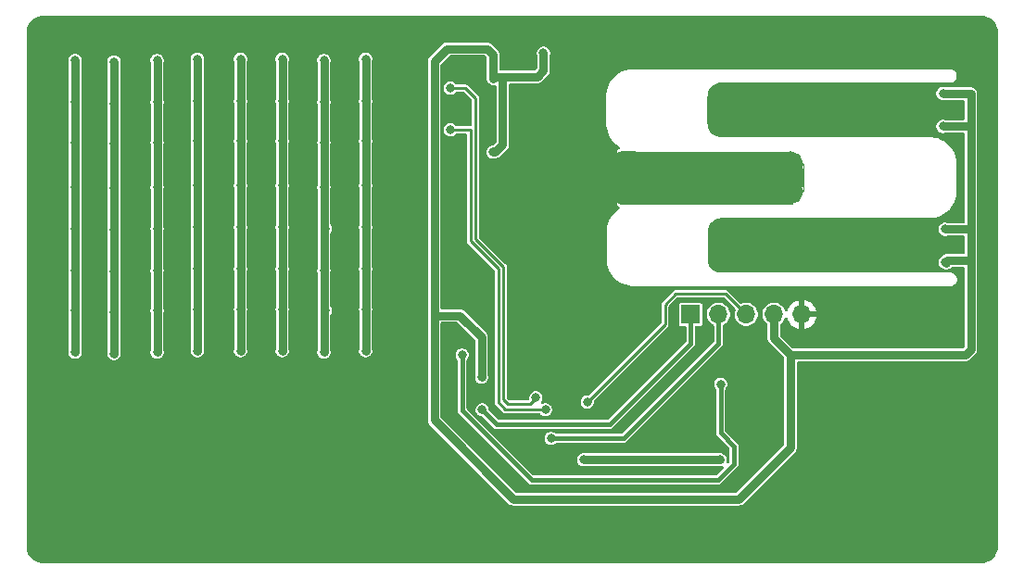
<source format=gbr>
%TF.GenerationSoftware,KiCad,Pcbnew,9.0.1*%
%TF.CreationDate,2025-06-09T22:47:13-04:00*%
%TF.ProjectId,blankBusinessCard,626c616e-6b42-4757-9369-6e6573734361,rev?*%
%TF.SameCoordinates,Original*%
%TF.FileFunction,Copper,L2,Bot*%
%TF.FilePolarity,Positive*%
%FSLAX46Y46*%
G04 Gerber Fmt 4.6, Leading zero omitted, Abs format (unit mm)*
G04 Created by KiCad (PCBNEW 9.0.1) date 2025-06-09 22:47:13*
%MOMM*%
%LPD*%
G01*
G04 APERTURE LIST*
G04 Aperture macros list*
%AMRoundRect*
0 Rectangle with rounded corners*
0 $1 Rounding radius*
0 $2 $3 $4 $5 $6 $7 $8 $9 X,Y pos of 4 corners*
0 Add a 4 corners polygon primitive as box body*
4,1,4,$2,$3,$4,$5,$6,$7,$8,$9,$2,$3,0*
0 Add four circle primitives for the rounded corners*
1,1,$1+$1,$2,$3*
1,1,$1+$1,$4,$5*
1,1,$1+$1,$6,$7*
1,1,$1+$1,$8,$9*
0 Add four rect primitives between the rounded corners*
20,1,$1+$1,$2,$3,$4,$5,0*
20,1,$1+$1,$4,$5,$6,$7,0*
20,1,$1+$1,$6,$7,$8,$9,0*
20,1,$1+$1,$8,$9,$2,$3,0*%
G04 Aperture macros list end*
%TA.AperFunction,EtchedComponent*%
%ADD10C,0.100000*%
%TD*%
%TA.AperFunction,EtchedComponent*%
%ADD11C,1.200000*%
%TD*%
%TA.AperFunction,SMDPad,CuDef*%
%ADD12RoundRect,0.581625X-0.581625X-1.878375X0.581625X-1.878375X0.581625X1.878375X-0.581625X1.878375X0*%
%TD*%
%TA.AperFunction,ComponentPad*%
%ADD13R,1.700000X1.700000*%
%TD*%
%TA.AperFunction,ComponentPad*%
%ADD14O,1.700000X1.700000*%
%TD*%
%TA.AperFunction,ViaPad*%
%ADD15C,0.800000*%
%TD*%
%TA.AperFunction,Conductor*%
%ADD16C,0.750000*%
%TD*%
%TA.AperFunction,Conductor*%
%ADD17C,0.250000*%
%TD*%
%TA.AperFunction,Conductor*%
%ADD18C,0.400000*%
%TD*%
G04 APERTURE END LIST*
D10*
%TO.C,J1*%
X93972400Y-32326398D02*
X93972400Y-34826398D01*
D11*
X93372400Y-32346398D02*
G75*
G02*
X92172400Y-32346398I-600000J0D01*
G01*
X92172400Y-32346398D02*
G75*
G02*
X93372400Y-32346398I600000J0D01*
G01*
X93372402Y-34846400D02*
G75*
G02*
X92172402Y-34846400I-600000J0D01*
G01*
X92172402Y-34846400D02*
G75*
G02*
X93372402Y-34846400I600000J0D01*
G01*
D10*
X92972402Y-35996400D02*
X77197002Y-35996400D01*
X77197002Y-31196399D01*
X92972402Y-31196399D01*
X92972402Y-35996400D01*
%TA.AperFunction,EtchedComponent*%
G36*
X92972402Y-35996400D02*
G01*
X77197002Y-35996400D01*
X77197002Y-31196399D01*
X92972402Y-31196399D01*
X92972402Y-35996400D01*
G37*
%TD.AperFunction*%
X93922400Y-32746400D02*
X93922400Y-34396400D01*
X91822400Y-35146400D01*
X91622402Y-34846400D01*
X91622400Y-32346398D01*
X93922400Y-32746400D01*
%TA.AperFunction,EtchedComponent*%
G36*
X93922400Y-32746400D02*
G01*
X93922400Y-34396400D01*
X91822400Y-35146400D01*
X91622402Y-34846400D01*
X91622400Y-32346398D01*
X93922400Y-32746400D01*
G37*
%TD.AperFunction*%
%TD*%
D12*
%TO.P,J1,2,Pin_2*%
%TO.N,GND*%
X77955650Y-33586400D03*
%TD*%
D13*
%TO.P,J2,1,Pin_1*%
%TO.N,SW_DIO*%
X83667600Y-46075600D03*
D14*
%TO.P,J2,2,Pin_2*%
%TO.N,SW_CLK*%
X86207600Y-46075600D03*
%TO.P,J2,3,Pin_3*%
%TO.N,RESET*%
X88747600Y-46075600D03*
%TO.P,J2,4,Pin_4*%
%TO.N,+3V0*%
X91287600Y-46075600D03*
%TO.P,J2,5,Pin_5*%
%TO.N,GND*%
X93827600Y-46075600D03*
%TD*%
D15*
%TO.N,Row1*%
X53975000Y-34290000D03*
X53975000Y-30226000D03*
X53975000Y-49403000D03*
X53975000Y-38100000D03*
X53975000Y-41910000D03*
X53975000Y-45593000D03*
X53975000Y-26543000D03*
X53975000Y-22733000D03*
%TO.N,Row2*%
X50165000Y-34417000D03*
X50165000Y-42037000D03*
X50165000Y-26670000D03*
X50165000Y-30353000D03*
X50292000Y-38227000D03*
X50165000Y-49530000D03*
X50292000Y-45720000D03*
X50165000Y-22860000D03*
%TO.N,Row3*%
X46355000Y-45593000D03*
X46355000Y-38100000D03*
X46355000Y-30226000D03*
X46355000Y-22733000D03*
X46355000Y-49403000D03*
X46355000Y-34290000D03*
X46355000Y-41910000D03*
X46355000Y-26543000D03*
%TO.N,Row4*%
X42545000Y-41910000D03*
X42545000Y-22733000D03*
X42545000Y-49403000D03*
X42545000Y-45593000D03*
X42545000Y-26543000D03*
X42545000Y-38100000D03*
X42545000Y-34290000D03*
X42545000Y-30226000D03*
%TO.N,Row5*%
X38608000Y-38100000D03*
X38608000Y-41910000D03*
X38608000Y-34290000D03*
X38608000Y-30226000D03*
X38608000Y-26543000D03*
X38608000Y-22733000D03*
X38608000Y-45593000D03*
X38608000Y-49403000D03*
%TO.N,Row6*%
X34925000Y-34417000D03*
X34925000Y-22860000D03*
X34925000Y-38227000D03*
X34925000Y-49530000D03*
X34925000Y-26670000D03*
X34925000Y-42037000D03*
X34925000Y-45720000D03*
X34925000Y-30353000D03*
%TO.N,Row7*%
X30988000Y-42164000D03*
X30988000Y-26797000D03*
X30988000Y-34544000D03*
X30988000Y-22987000D03*
X30988000Y-45847000D03*
X30988000Y-38354000D03*
X30988000Y-30480000D03*
X30988000Y-49657000D03*
%TO.N,Row8*%
X27432000Y-30353000D03*
X27432000Y-49530000D03*
X27432000Y-22860000D03*
X27432000Y-38227000D03*
X27432000Y-42037000D03*
X27432000Y-45720000D03*
X27432000Y-26670000D03*
X27432000Y-34417000D03*
%TO.N,+3V0*%
X64566800Y-51816000D03*
X65626800Y-31242000D03*
X70226800Y-22194000D03*
X106926800Y-41294000D03*
X106726800Y-25894000D03*
X106726800Y-28894000D03*
X106926800Y-38294000D03*
%TO.N,GND*%
X69026800Y-51308000D03*
X88792800Y-55874000D03*
X68726800Y-25694000D03*
X73726800Y-22444000D03*
X68292800Y-32294000D03*
%TO.N,RESET*%
X74226800Y-54094000D03*
%TO.N,Col7*%
X61726800Y-29194000D03*
X70408800Y-54794000D03*
%TO.N,Col8*%
X61726800Y-25394000D03*
X69526800Y-53694000D03*
%TO.N,BUTTON*%
X62788800Y-49784000D03*
X86410800Y-52451000D03*
%TO.N,BUTTON2*%
X73888600Y-59359800D03*
X86360000Y-59359800D03*
%TO.N,SW_DIO*%
X64626800Y-54794000D03*
%TO.N,SW_CLK*%
X70916800Y-57404000D03*
%TD*%
D16*
%TO.N,Row1*%
X53975000Y-49403000D02*
X53975000Y-22733000D01*
%TO.N,Row2*%
X50165000Y-49530000D02*
X50165000Y-22860000D01*
%TO.N,Row3*%
X46355000Y-49403000D02*
X46355000Y-22733000D01*
%TO.N,Row4*%
X42545000Y-49403000D02*
X42545000Y-22733000D01*
%TO.N,Row5*%
X38608000Y-49403000D02*
X38608000Y-22733000D01*
%TO.N,Row6*%
X34925000Y-49530000D02*
X34925000Y-22860000D01*
%TO.N,Row7*%
X30988000Y-22987000D02*
X30988000Y-49657000D01*
%TO.N,Row8*%
X27432000Y-22860000D02*
X27432000Y-49530000D01*
%TO.N,+3V0*%
X88016230Y-62992000D02*
X67510800Y-62992000D01*
X109270800Y-39116000D02*
X109270800Y-38100000D01*
X65626800Y-22345200D02*
X65074800Y-21793200D01*
X65779200Y-24384000D02*
X65626800Y-24536400D01*
X66592800Y-24384000D02*
X65779200Y-24384000D01*
X109270800Y-49276000D02*
X108762800Y-49784000D01*
X109270800Y-48768000D02*
X109270800Y-49276000D01*
X67360800Y-24384000D02*
X66592800Y-24384000D01*
X60248800Y-22961600D02*
X61417200Y-21793200D01*
X107034800Y-41402000D02*
X106926800Y-41294000D01*
X60248800Y-46174000D02*
X60248800Y-22961600D01*
X108762800Y-49784000D02*
X92797600Y-49784000D01*
X65626800Y-24536400D02*
X65626800Y-22345200D01*
X65626800Y-31242000D02*
X65824800Y-31242000D01*
X92797600Y-58210630D02*
X88016230Y-62992000D01*
X92797600Y-49784000D02*
X91287600Y-48274000D01*
X109270800Y-38100000D02*
X109270800Y-28956000D01*
X109208800Y-28894000D02*
X109270800Y-28956000D01*
X109270800Y-28956000D02*
X109270800Y-25908000D01*
X64566800Y-48148000D02*
X64566800Y-51816000D01*
X61417200Y-21793200D02*
X65074800Y-21793200D01*
X66492800Y-30574000D02*
X66492800Y-24484000D01*
X92797600Y-49784000D02*
X92797600Y-58210630D01*
X69646800Y-24384000D02*
X70226800Y-23804000D01*
X60248800Y-55730000D02*
X60248800Y-46174000D01*
X65824800Y-31242000D02*
X66492800Y-30574000D01*
X106926800Y-38294000D02*
X108448800Y-38294000D01*
X91287600Y-48274000D02*
X91287600Y-46075600D01*
X70226800Y-23804000D02*
X70226800Y-22194000D01*
X106726800Y-25894000D02*
X109256800Y-25894000D01*
X107072800Y-41148000D02*
X109270800Y-41148000D01*
X62592800Y-46174000D02*
X64566800Y-48148000D01*
X109256800Y-25894000D02*
X109270800Y-25908000D01*
X109270800Y-48768000D02*
X109270800Y-41148000D01*
X67510800Y-62992000D02*
X60248800Y-55730000D01*
X106726800Y-28894000D02*
X109208800Y-28894000D01*
X109076800Y-38294000D02*
X109270800Y-38100000D01*
X66492800Y-24484000D02*
X66592800Y-24384000D01*
X109270800Y-41148000D02*
X109270800Y-39116000D01*
X106926800Y-38294000D02*
X109076800Y-38294000D01*
X106926800Y-41294000D02*
X107072800Y-41148000D01*
X60248800Y-46174000D02*
X62592800Y-46174000D01*
X67360800Y-24384000D02*
X69646800Y-24384000D01*
%TO.N,GND*%
X73166800Y-32294000D02*
X73726800Y-31734000D01*
X73726800Y-22444000D02*
X73726800Y-25654000D01*
X73726800Y-22444000D02*
X73726800Y-46608000D01*
X76572002Y-32766000D02*
X76572002Y-33586400D01*
X68726800Y-25694000D02*
X73686800Y-25694000D01*
X73726800Y-31734000D02*
X73726800Y-25654000D01*
X68292800Y-32294000D02*
X73166800Y-32294000D01*
X73710800Y-32766000D02*
X76572002Y-32766000D01*
X73238800Y-32294000D02*
X73710800Y-32766000D01*
X73726800Y-46608000D02*
X69026800Y-51308000D01*
X68292800Y-32294000D02*
X73238800Y-32294000D01*
X73686800Y-25694000D02*
X73726800Y-25654000D01*
D17*
%TO.N,RESET*%
X86846000Y-44174000D02*
X82319600Y-44174000D01*
X81330800Y-45162800D02*
X81330800Y-46990000D01*
X88747600Y-46075600D02*
X86846000Y-44174000D01*
X81330800Y-46990000D02*
X74226800Y-54094000D01*
X82319600Y-44174000D02*
X81330800Y-45162800D01*
%TO.N,Col7*%
X63550800Y-29210000D02*
X61742800Y-29210000D01*
X66751200Y-54762400D02*
X66090800Y-54102000D01*
X66090800Y-41910000D02*
X63550800Y-39370000D01*
X66090800Y-54102000D02*
X66090800Y-41910000D01*
X63550800Y-39370000D02*
X63550800Y-29210000D01*
X61742800Y-29210000D02*
X61726800Y-29194000D01*
X66751200Y-54794000D02*
X66751200Y-54762400D01*
X70408800Y-54794000D02*
X66751200Y-54794000D01*
%TO.N,Col8*%
X69526800Y-53790000D02*
X69042800Y-54274000D01*
X63092800Y-25394000D02*
X61726800Y-25394000D01*
X66942800Y-54274000D02*
X66542800Y-53874000D01*
X66542800Y-53874000D02*
X66542800Y-41715000D01*
X69526800Y-53694000D02*
X69526800Y-53790000D01*
X64001800Y-26303000D02*
X63092800Y-25394000D01*
X64001800Y-39174000D02*
X64001800Y-26303000D01*
X69042800Y-54274000D02*
X66942800Y-54274000D01*
X66542800Y-41715000D02*
X64001800Y-39174000D01*
D18*
%TO.N,BUTTON*%
X86152800Y-61214000D02*
X87640800Y-59726000D01*
X87640800Y-59726000D02*
X87640800Y-58126000D01*
X87640800Y-58126000D02*
X86410800Y-56896000D01*
X62788800Y-49784000D02*
X62788800Y-54864000D01*
X69138800Y-61214000D02*
X86152800Y-61214000D01*
X86410800Y-56896000D02*
X86410800Y-52451000D01*
X62788800Y-54864000D02*
X69138800Y-61214000D01*
D16*
%TO.N,BUTTON2*%
X73888600Y-59359800D02*
X86360000Y-59359800D01*
D18*
%TO.N,SW_DIO*%
X64626800Y-54794000D02*
X65966800Y-56134000D01*
X65966800Y-56134000D02*
X76250800Y-56134000D01*
X83667600Y-48717200D02*
X83667600Y-46075600D01*
X76250800Y-56134000D02*
X83667600Y-48717200D01*
%TO.N,SW_CLK*%
X77520800Y-57404000D02*
X86207600Y-48717200D01*
X86207600Y-48717200D02*
X86207600Y-46075600D01*
X70916800Y-57404000D02*
X77520800Y-57404000D01*
%TD*%
%TA.AperFunction,Conductor*%
%TO.N,GND*%
G36*
X76908371Y-30558922D02*
G01*
X77008291Y-30627891D01*
X77012800Y-30632400D01*
X77014823Y-30632400D01*
X77034786Y-30646179D01*
X77152347Y-30727325D01*
X77152356Y-30727330D01*
X77155544Y-30729257D01*
X77155426Y-30729451D01*
X77155431Y-30729454D01*
X77155382Y-30729524D01*
X77154543Y-30730912D01*
X77199287Y-30774087D01*
X77215356Y-30842084D01*
X77192112Y-30907974D01*
X77136936Y-30950837D01*
X77115727Y-30957065D01*
X77099229Y-30960346D01*
X77099223Y-30960349D01*
X77016336Y-31015732D01*
X77016335Y-31015733D01*
X76960952Y-31098620D01*
X76960949Y-31098627D01*
X76941502Y-31196394D01*
X76941502Y-35996404D01*
X76960949Y-36094171D01*
X76960950Y-36094175D01*
X76960951Y-36094176D01*
X77016336Y-36177066D01*
X77099226Y-36232451D01*
X77108910Y-36234377D01*
X77170821Y-36266762D01*
X77205396Y-36327477D01*
X77202229Y-36386570D01*
X77076372Y-36512427D01*
X76958370Y-36593878D01*
X76958364Y-36593883D01*
X76921208Y-36626800D01*
X76657200Y-36626800D01*
X75996800Y-35966400D01*
X75996800Y-31191200D01*
X76149200Y-31191200D01*
X76809600Y-30530800D01*
X76876628Y-30530800D01*
X76908371Y-30558922D01*
G37*
%TD.AperFunction*%
%TD*%
%TA.AperFunction,Conductor*%
%TO.N,GND*%
G36*
X110254418Y-18800816D02*
G01*
X110454561Y-18815130D01*
X110472063Y-18817647D01*
X110663797Y-18859355D01*
X110680755Y-18864334D01*
X110864609Y-18932909D01*
X110880701Y-18940259D01*
X111052904Y-19034288D01*
X111067784Y-19043849D01*
X111224867Y-19161441D01*
X111238237Y-19173027D01*
X111376972Y-19311762D01*
X111388558Y-19325132D01*
X111506146Y-19482210D01*
X111515711Y-19497095D01*
X111609740Y-19669298D01*
X111617090Y-19685390D01*
X111685662Y-19869236D01*
X111690646Y-19886212D01*
X111732351Y-20077931D01*
X111734869Y-20095442D01*
X111749184Y-20295580D01*
X111749500Y-20304427D01*
X111749500Y-67295572D01*
X111749184Y-67304419D01*
X111734869Y-67504557D01*
X111732351Y-67522068D01*
X111690646Y-67713787D01*
X111685662Y-67730763D01*
X111617090Y-67914609D01*
X111609740Y-67930701D01*
X111515711Y-68102904D01*
X111506146Y-68117789D01*
X111388558Y-68274867D01*
X111376972Y-68288237D01*
X111238237Y-68426972D01*
X111224867Y-68438558D01*
X111067789Y-68556146D01*
X111052904Y-68565711D01*
X110880701Y-68659740D01*
X110864609Y-68667090D01*
X110680763Y-68735662D01*
X110663787Y-68740646D01*
X110472068Y-68782351D01*
X110454557Y-68784869D01*
X110273779Y-68797799D01*
X110254417Y-68799184D01*
X110245572Y-68799500D01*
X24504428Y-68799500D01*
X24495582Y-68799184D01*
X24473622Y-68797613D01*
X24295442Y-68784869D01*
X24277931Y-68782351D01*
X24086212Y-68740646D01*
X24069236Y-68735662D01*
X23885390Y-68667090D01*
X23869298Y-68659740D01*
X23697095Y-68565711D01*
X23682210Y-68556146D01*
X23612924Y-68504279D01*
X23525132Y-68438558D01*
X23511762Y-68426972D01*
X23373027Y-68288237D01*
X23361441Y-68274867D01*
X23243849Y-68117784D01*
X23234288Y-68102904D01*
X23140259Y-67930701D01*
X23132909Y-67914609D01*
X23099751Y-67825710D01*
X23064334Y-67730755D01*
X23059355Y-67713797D01*
X23017647Y-67522063D01*
X23015130Y-67504556D01*
X23008175Y-67407318D01*
X23000816Y-67304418D01*
X23000500Y-67295572D01*
X23000500Y-22780943D01*
X26831500Y-22780943D01*
X26831500Y-22939056D01*
X26852275Y-23016590D01*
X26856500Y-23048683D01*
X26856500Y-26481316D01*
X26852275Y-26513409D01*
X26831500Y-26590943D01*
X26831500Y-26749056D01*
X26852275Y-26826590D01*
X26856500Y-26858683D01*
X26856500Y-30164316D01*
X26852274Y-30196409D01*
X26831500Y-30273943D01*
X26831500Y-30432057D01*
X26840193Y-30464500D01*
X26852275Y-30509590D01*
X26856500Y-30541683D01*
X26856500Y-34228316D01*
X26852275Y-34260409D01*
X26831500Y-34337943D01*
X26831500Y-34496056D01*
X26852275Y-34573590D01*
X26856500Y-34605683D01*
X26856500Y-38038316D01*
X26852274Y-38070409D01*
X26831500Y-38147943D01*
X26831500Y-38306057D01*
X26838165Y-38330932D01*
X26852275Y-38383590D01*
X26856500Y-38415683D01*
X26856500Y-41848316D01*
X26852275Y-41880409D01*
X26831500Y-41957943D01*
X26831500Y-42116056D01*
X26852275Y-42193590D01*
X26856500Y-42225683D01*
X26856500Y-45531316D01*
X26852275Y-45563409D01*
X26831500Y-45640943D01*
X26831500Y-45799056D01*
X26852275Y-45876590D01*
X26856500Y-45908683D01*
X26856500Y-49341316D01*
X26852274Y-49373409D01*
X26831500Y-49450943D01*
X26831500Y-49609057D01*
X26865530Y-49736057D01*
X26872423Y-49761783D01*
X26872426Y-49761790D01*
X26951475Y-49898709D01*
X26951479Y-49898714D01*
X26951480Y-49898716D01*
X27063284Y-50010520D01*
X27063286Y-50010521D01*
X27063290Y-50010524D01*
X27200209Y-50089573D01*
X27200216Y-50089577D01*
X27352943Y-50130500D01*
X27352945Y-50130500D01*
X27511055Y-50130500D01*
X27511057Y-50130500D01*
X27663784Y-50089577D01*
X27800716Y-50010520D01*
X27912520Y-49898716D01*
X27991577Y-49761784D01*
X28032500Y-49609057D01*
X28032500Y-49450943D01*
X28011725Y-49373409D01*
X28007500Y-49341316D01*
X28007500Y-45908683D01*
X28011725Y-45876590D01*
X28032500Y-45799057D01*
X28032500Y-45640943D01*
X28011725Y-45563409D01*
X28007500Y-45531316D01*
X28007500Y-42225683D01*
X28011725Y-42193590D01*
X28013950Y-42185286D01*
X28032500Y-42116057D01*
X28032500Y-41957943D01*
X28011725Y-41880409D01*
X28007500Y-41848316D01*
X28007500Y-38415683D01*
X28011725Y-38383590D01*
X28013177Y-38378172D01*
X28032500Y-38306057D01*
X28032500Y-38147943D01*
X28011725Y-38070409D01*
X28007500Y-38038316D01*
X28007500Y-34605683D01*
X28011725Y-34573590D01*
X28021392Y-34537511D01*
X28032500Y-34496057D01*
X28032500Y-34337943D01*
X28011725Y-34260409D01*
X28007500Y-34228316D01*
X28007500Y-30541683D01*
X28011725Y-30509590D01*
X28015445Y-30495707D01*
X28032500Y-30432057D01*
X28032500Y-30273943D01*
X28011725Y-30196409D01*
X28007500Y-30164316D01*
X28007500Y-26858683D01*
X28011725Y-26826590D01*
X28032500Y-26749057D01*
X28032500Y-26590943D01*
X28011725Y-26513409D01*
X28007500Y-26481316D01*
X28007500Y-23048683D01*
X28009212Y-23028147D01*
X28010192Y-23022311D01*
X28032500Y-22939057D01*
X28032500Y-22907943D01*
X30387500Y-22907943D01*
X30387500Y-23066056D01*
X30408275Y-23143590D01*
X30412500Y-23175683D01*
X30412500Y-26608316D01*
X30408275Y-26640409D01*
X30387500Y-26717943D01*
X30387500Y-26876056D01*
X30408275Y-26953590D01*
X30412500Y-26985683D01*
X30412500Y-30291316D01*
X30408275Y-30323409D01*
X30387500Y-30400943D01*
X30387500Y-30559056D01*
X30408275Y-30636590D01*
X30412500Y-30668683D01*
X30412500Y-34355316D01*
X30408275Y-34387409D01*
X30387500Y-34464943D01*
X30387500Y-34623056D01*
X30408275Y-34700590D01*
X30412500Y-34732683D01*
X30412500Y-38165316D01*
X30408275Y-38197409D01*
X30387500Y-38274943D01*
X30387500Y-38433056D01*
X30408275Y-38510590D01*
X30412500Y-38542683D01*
X30412500Y-41975316D01*
X30408274Y-42007409D01*
X30387500Y-42084943D01*
X30387500Y-42243057D01*
X30408275Y-42320590D01*
X30412500Y-42352683D01*
X30412500Y-45658316D01*
X30408275Y-45690409D01*
X30387500Y-45767943D01*
X30387500Y-45926056D01*
X30408275Y-46003590D01*
X30412500Y-46035683D01*
X30412500Y-49468316D01*
X30408274Y-49500409D01*
X30387500Y-49577943D01*
X30387500Y-49736057D01*
X30421530Y-49863057D01*
X30428423Y-49888783D01*
X30428426Y-49888790D01*
X30507475Y-50025709D01*
X30507479Y-50025714D01*
X30507480Y-50025716D01*
X30619284Y-50137520D01*
X30619286Y-50137521D01*
X30619290Y-50137524D01*
X30756209Y-50216573D01*
X30756216Y-50216577D01*
X30908943Y-50257500D01*
X30908945Y-50257500D01*
X31067055Y-50257500D01*
X31067057Y-50257500D01*
X31219784Y-50216577D01*
X31356716Y-50137520D01*
X31468520Y-50025716D01*
X31547577Y-49888784D01*
X31588500Y-49736057D01*
X31588500Y-49577943D01*
X31567725Y-49500409D01*
X31563500Y-49468316D01*
X31563500Y-46035683D01*
X31567725Y-46003590D01*
X31576153Y-45972135D01*
X31588500Y-45926057D01*
X31588500Y-45767943D01*
X31567725Y-45690409D01*
X31563500Y-45658316D01*
X31563500Y-42352683D01*
X31567725Y-42320590D01*
X31588500Y-42243057D01*
X31588500Y-42084943D01*
X31567725Y-42007409D01*
X31563500Y-41975316D01*
X31563500Y-38542683D01*
X31567725Y-38510590D01*
X31588500Y-38433057D01*
X31588500Y-38274943D01*
X31567725Y-38197409D01*
X31563500Y-38165316D01*
X31563500Y-34732683D01*
X31567725Y-34700590D01*
X31588500Y-34623057D01*
X31588500Y-34464943D01*
X31567725Y-34387409D01*
X31563500Y-34355316D01*
X31563500Y-30668683D01*
X31567725Y-30636590D01*
X31568813Y-30632528D01*
X31588500Y-30559057D01*
X31588500Y-30400943D01*
X31567725Y-30323409D01*
X31563500Y-30291316D01*
X31563500Y-26985683D01*
X31567725Y-26953590D01*
X31588500Y-26876057D01*
X31588500Y-26717943D01*
X31567725Y-26640409D01*
X31563500Y-26608316D01*
X31563500Y-23175683D01*
X31567725Y-23143590D01*
X31588500Y-23066057D01*
X31588500Y-22907943D01*
X31554471Y-22780943D01*
X34324500Y-22780943D01*
X34324500Y-22939056D01*
X34345275Y-23016590D01*
X34349500Y-23048683D01*
X34349500Y-26481316D01*
X34345275Y-26513409D01*
X34324500Y-26590943D01*
X34324500Y-26749056D01*
X34345275Y-26826590D01*
X34349500Y-26858683D01*
X34349500Y-30164316D01*
X34345274Y-30196409D01*
X34324500Y-30273943D01*
X34324500Y-30432057D01*
X34333193Y-30464500D01*
X34345275Y-30509590D01*
X34349500Y-30541683D01*
X34349500Y-34228316D01*
X34345275Y-34260409D01*
X34324500Y-34337943D01*
X34324500Y-34496056D01*
X34345275Y-34573590D01*
X34349500Y-34605683D01*
X34349500Y-38038316D01*
X34345274Y-38070409D01*
X34324500Y-38147943D01*
X34324500Y-38306057D01*
X34331165Y-38330932D01*
X34345275Y-38383590D01*
X34349500Y-38415683D01*
X34349500Y-41848316D01*
X34345275Y-41880409D01*
X34324500Y-41957943D01*
X34324500Y-42116056D01*
X34345275Y-42193590D01*
X34349500Y-42225683D01*
X34349500Y-45531316D01*
X34345275Y-45563409D01*
X34324500Y-45640943D01*
X34324500Y-45799056D01*
X34345275Y-45876590D01*
X34349500Y-45908683D01*
X34349500Y-49341316D01*
X34345274Y-49373409D01*
X34324500Y-49450943D01*
X34324500Y-49609057D01*
X34358530Y-49736057D01*
X34365423Y-49761783D01*
X34365426Y-49761790D01*
X34444475Y-49898709D01*
X34444479Y-49898714D01*
X34444480Y-49898716D01*
X34556284Y-50010520D01*
X34556286Y-50010521D01*
X34556290Y-50010524D01*
X34693209Y-50089573D01*
X34693216Y-50089577D01*
X34845943Y-50130500D01*
X34845945Y-50130500D01*
X35004055Y-50130500D01*
X35004057Y-50130500D01*
X35156784Y-50089577D01*
X35293716Y-50010520D01*
X35405520Y-49898716D01*
X35484577Y-49761784D01*
X35525500Y-49609057D01*
X35525500Y-49450943D01*
X35504725Y-49373409D01*
X35500500Y-49341316D01*
X35500500Y-45908683D01*
X35504725Y-45876590D01*
X35525500Y-45799057D01*
X35525500Y-45640943D01*
X35504725Y-45563409D01*
X35500500Y-45531316D01*
X35500500Y-42225683D01*
X35504725Y-42193590D01*
X35506950Y-42185286D01*
X35525500Y-42116057D01*
X35525500Y-41957943D01*
X35504725Y-41880409D01*
X35500500Y-41848316D01*
X35500500Y-38415683D01*
X35504725Y-38383590D01*
X35506177Y-38378172D01*
X35525500Y-38306057D01*
X35525500Y-38147943D01*
X35504725Y-38070409D01*
X35500500Y-38038316D01*
X35500500Y-34605683D01*
X35504725Y-34573590D01*
X35514392Y-34537511D01*
X35525500Y-34496057D01*
X35525500Y-34337943D01*
X35504725Y-34260409D01*
X35500500Y-34228316D01*
X35500500Y-30541683D01*
X35504725Y-30509590D01*
X35508445Y-30495707D01*
X35525500Y-30432057D01*
X35525500Y-30273943D01*
X35504725Y-30196409D01*
X35500500Y-30164316D01*
X35500500Y-26858683D01*
X35504725Y-26826590D01*
X35525500Y-26749057D01*
X35525500Y-26590943D01*
X35504725Y-26513409D01*
X35500500Y-26481316D01*
X35500500Y-23048683D01*
X35504725Y-23016590D01*
X35525500Y-22939057D01*
X35525500Y-22780943D01*
X35491471Y-22653943D01*
X38007500Y-22653943D01*
X38007500Y-22812056D01*
X38028275Y-22889590D01*
X38032500Y-22921683D01*
X38032500Y-26354316D01*
X38028274Y-26386409D01*
X38007500Y-26463943D01*
X38007500Y-26622057D01*
X38028275Y-26699590D01*
X38032500Y-26731683D01*
X38032500Y-30037316D01*
X38028275Y-30069409D01*
X38021387Y-30095114D01*
X38007500Y-30146943D01*
X38007500Y-30305057D01*
X38019890Y-30351297D01*
X38028275Y-30382590D01*
X38032500Y-30414683D01*
X38032500Y-34101316D01*
X38028274Y-34133409D01*
X38007500Y-34210943D01*
X38007500Y-34369057D01*
X38022541Y-34425191D01*
X38028275Y-34446590D01*
X38032500Y-34478683D01*
X38032500Y-37911316D01*
X38028274Y-37943409D01*
X38007500Y-38020943D01*
X38007500Y-38179057D01*
X38017116Y-38214943D01*
X38028275Y-38256590D01*
X38032500Y-38288683D01*
X38032500Y-41721316D01*
X38028274Y-41753409D01*
X38007500Y-41830943D01*
X38007500Y-41989057D01*
X38021784Y-42042366D01*
X38028275Y-42066590D01*
X38032500Y-42098683D01*
X38032500Y-45404316D01*
X38028274Y-45436409D01*
X38007500Y-45513943D01*
X38007500Y-45672057D01*
X38026431Y-45742707D01*
X38028275Y-45749590D01*
X38032500Y-45781683D01*
X38032500Y-49214316D01*
X38028274Y-49246409D01*
X38007500Y-49323943D01*
X38007500Y-49482057D01*
X38046972Y-49629366D01*
X38048423Y-49634783D01*
X38048426Y-49634790D01*
X38127475Y-49771709D01*
X38127479Y-49771714D01*
X38127480Y-49771716D01*
X38239284Y-49883520D01*
X38239286Y-49883521D01*
X38239290Y-49883524D01*
X38376209Y-49962573D01*
X38376216Y-49962577D01*
X38528943Y-50003500D01*
X38528945Y-50003500D01*
X38687055Y-50003500D01*
X38687057Y-50003500D01*
X38839784Y-49962577D01*
X38976716Y-49883520D01*
X39088520Y-49771716D01*
X39167577Y-49634784D01*
X39208500Y-49482057D01*
X39208500Y-49323943D01*
X39187725Y-49246409D01*
X39183500Y-49214316D01*
X39183500Y-45781683D01*
X39187725Y-45749590D01*
X39189569Y-45742707D01*
X39208500Y-45672057D01*
X39208500Y-45513943D01*
X39187725Y-45436409D01*
X39183500Y-45404316D01*
X39183500Y-42098683D01*
X39187725Y-42066590D01*
X39193556Y-42044827D01*
X39208500Y-41989057D01*
X39208500Y-41830943D01*
X39187725Y-41753409D01*
X39183500Y-41721316D01*
X39183500Y-38288683D01*
X39187725Y-38256590D01*
X39198884Y-38214943D01*
X39208500Y-38179057D01*
X39208500Y-38020943D01*
X39187725Y-37943409D01*
X39183500Y-37911316D01*
X39183500Y-34478683D01*
X39187725Y-34446590D01*
X39193459Y-34425191D01*
X39208500Y-34369057D01*
X39208500Y-34210943D01*
X39187725Y-34133409D01*
X39183500Y-34101316D01*
X39183500Y-30414683D01*
X39187725Y-30382590D01*
X39193153Y-30362331D01*
X39208500Y-30305057D01*
X39208500Y-30146943D01*
X39187725Y-30069409D01*
X39183500Y-30037316D01*
X39183500Y-26731683D01*
X39187725Y-26699590D01*
X39208500Y-26622057D01*
X39208500Y-26463943D01*
X39187725Y-26386409D01*
X39183500Y-26354316D01*
X39183500Y-22921683D01*
X39187725Y-22889590D01*
X39199508Y-22845614D01*
X39208500Y-22812057D01*
X39208500Y-22653943D01*
X41944500Y-22653943D01*
X41944500Y-22812056D01*
X41965275Y-22889590D01*
X41969500Y-22921683D01*
X41969500Y-26354316D01*
X41965274Y-26386409D01*
X41944500Y-26463943D01*
X41944500Y-26622057D01*
X41965275Y-26699590D01*
X41969500Y-26731683D01*
X41969500Y-30037316D01*
X41965275Y-30069409D01*
X41958387Y-30095114D01*
X41944500Y-30146943D01*
X41944500Y-30305057D01*
X41956890Y-30351297D01*
X41965275Y-30382590D01*
X41969500Y-30414683D01*
X41969500Y-34101316D01*
X41965274Y-34133409D01*
X41944500Y-34210943D01*
X41944500Y-34369057D01*
X41959541Y-34425191D01*
X41965275Y-34446590D01*
X41969500Y-34478683D01*
X41969500Y-37911316D01*
X41965274Y-37943409D01*
X41944500Y-38020943D01*
X41944500Y-38179057D01*
X41954116Y-38214943D01*
X41965275Y-38256590D01*
X41969500Y-38288683D01*
X41969500Y-41721316D01*
X41965274Y-41753409D01*
X41944500Y-41830943D01*
X41944500Y-41989057D01*
X41958784Y-42042366D01*
X41965275Y-42066590D01*
X41969500Y-42098683D01*
X41969500Y-45404316D01*
X41965274Y-45436409D01*
X41944500Y-45513943D01*
X41944500Y-45672057D01*
X41963431Y-45742707D01*
X41965275Y-45749590D01*
X41969500Y-45781683D01*
X41969500Y-49214316D01*
X41965274Y-49246409D01*
X41944500Y-49323943D01*
X41944500Y-49482057D01*
X41983972Y-49629366D01*
X41985423Y-49634783D01*
X41985426Y-49634790D01*
X42064475Y-49771709D01*
X42064479Y-49771714D01*
X42064480Y-49771716D01*
X42176284Y-49883520D01*
X42176286Y-49883521D01*
X42176290Y-49883524D01*
X42313209Y-49962573D01*
X42313216Y-49962577D01*
X42465943Y-50003500D01*
X42465945Y-50003500D01*
X42624055Y-50003500D01*
X42624057Y-50003500D01*
X42776784Y-49962577D01*
X42913716Y-49883520D01*
X43025520Y-49771716D01*
X43104577Y-49634784D01*
X43145500Y-49482057D01*
X43145500Y-49323943D01*
X43124725Y-49246409D01*
X43120500Y-49214316D01*
X43120500Y-45781683D01*
X43124725Y-45749590D01*
X43126569Y-45742707D01*
X43145500Y-45672057D01*
X43145500Y-45513943D01*
X43124725Y-45436409D01*
X43120500Y-45404316D01*
X43120500Y-42098683D01*
X43124725Y-42066590D01*
X43130556Y-42044827D01*
X43145500Y-41989057D01*
X43145500Y-41830943D01*
X43124725Y-41753409D01*
X43120500Y-41721316D01*
X43120500Y-38288683D01*
X43124725Y-38256590D01*
X43135884Y-38214943D01*
X43145500Y-38179057D01*
X43145500Y-38020943D01*
X43124725Y-37943409D01*
X43120500Y-37911316D01*
X43120500Y-34478683D01*
X43124725Y-34446590D01*
X43130459Y-34425191D01*
X43145500Y-34369057D01*
X43145500Y-34210943D01*
X43124725Y-34133409D01*
X43120500Y-34101316D01*
X43120500Y-30414683D01*
X43124725Y-30382590D01*
X43130153Y-30362331D01*
X43145500Y-30305057D01*
X43145500Y-30146943D01*
X43124725Y-30069409D01*
X43120500Y-30037316D01*
X43120500Y-26731683D01*
X43124725Y-26699590D01*
X43145500Y-26622057D01*
X43145500Y-26463943D01*
X43124725Y-26386409D01*
X43120500Y-26354316D01*
X43120500Y-22921683D01*
X43124725Y-22889590D01*
X43136508Y-22845614D01*
X43145500Y-22812057D01*
X43145500Y-22653943D01*
X45754500Y-22653943D01*
X45754500Y-22812056D01*
X45775275Y-22889590D01*
X45779500Y-22921683D01*
X45779500Y-26354316D01*
X45775274Y-26386409D01*
X45754500Y-26463943D01*
X45754500Y-26622057D01*
X45775275Y-26699590D01*
X45779500Y-26731683D01*
X45779500Y-30037316D01*
X45775275Y-30069409D01*
X45768387Y-30095114D01*
X45754500Y-30146943D01*
X45754500Y-30305057D01*
X45766890Y-30351297D01*
X45775275Y-30382590D01*
X45779500Y-30414683D01*
X45779500Y-34101316D01*
X45775274Y-34133409D01*
X45754500Y-34210943D01*
X45754500Y-34369057D01*
X45769541Y-34425191D01*
X45775275Y-34446590D01*
X45779500Y-34478683D01*
X45779500Y-37911316D01*
X45775274Y-37943409D01*
X45754500Y-38020943D01*
X45754500Y-38179057D01*
X45764116Y-38214943D01*
X45775275Y-38256590D01*
X45779500Y-38288683D01*
X45779500Y-41721316D01*
X45775274Y-41753409D01*
X45754500Y-41830943D01*
X45754500Y-41989057D01*
X45768784Y-42042366D01*
X45775275Y-42066590D01*
X45779500Y-42098683D01*
X45779500Y-45404316D01*
X45775274Y-45436409D01*
X45754500Y-45513943D01*
X45754500Y-45672057D01*
X45773431Y-45742707D01*
X45775275Y-45749590D01*
X45779500Y-45781683D01*
X45779500Y-49214316D01*
X45775274Y-49246409D01*
X45754500Y-49323943D01*
X45754500Y-49482057D01*
X45793972Y-49629366D01*
X45795423Y-49634783D01*
X45795426Y-49634790D01*
X45874475Y-49771709D01*
X45874479Y-49771714D01*
X45874480Y-49771716D01*
X45986284Y-49883520D01*
X45986286Y-49883521D01*
X45986290Y-49883524D01*
X46123209Y-49962573D01*
X46123216Y-49962577D01*
X46275943Y-50003500D01*
X46275945Y-50003500D01*
X46434055Y-50003500D01*
X46434057Y-50003500D01*
X46586784Y-49962577D01*
X46723716Y-49883520D01*
X46835520Y-49771716D01*
X46914577Y-49634784D01*
X46955500Y-49482057D01*
X46955500Y-49323943D01*
X46934725Y-49246409D01*
X46930500Y-49214316D01*
X46930500Y-45781683D01*
X46934725Y-45749590D01*
X46936569Y-45742707D01*
X46955500Y-45672057D01*
X46955500Y-45513943D01*
X46934725Y-45436409D01*
X46930500Y-45404316D01*
X46930500Y-42098683D01*
X46934725Y-42066590D01*
X46940556Y-42044827D01*
X46955500Y-41989057D01*
X46955500Y-41830943D01*
X46934725Y-41753409D01*
X46930500Y-41721316D01*
X46930500Y-38288683D01*
X46934725Y-38256590D01*
X46945884Y-38214943D01*
X46955500Y-38179057D01*
X46955500Y-38020943D01*
X46934725Y-37943409D01*
X46930500Y-37911316D01*
X46930500Y-34478683D01*
X46934725Y-34446590D01*
X46940459Y-34425191D01*
X46955500Y-34369057D01*
X46955500Y-34210943D01*
X46934725Y-34133409D01*
X46930500Y-34101316D01*
X46930500Y-30414683D01*
X46934725Y-30382590D01*
X46940153Y-30362331D01*
X46955500Y-30305057D01*
X46955500Y-30146943D01*
X46934725Y-30069409D01*
X46930500Y-30037316D01*
X46930500Y-26731683D01*
X46934725Y-26699590D01*
X46955500Y-26622057D01*
X46955500Y-26463943D01*
X46934725Y-26386409D01*
X46930500Y-26354316D01*
X46930500Y-22921683D01*
X46932212Y-22901147D01*
X46933192Y-22895311D01*
X46955500Y-22812057D01*
X46955500Y-22780943D01*
X49564500Y-22780943D01*
X49564500Y-22939056D01*
X49585275Y-23016590D01*
X49589500Y-23048683D01*
X49589500Y-26481316D01*
X49585275Y-26513409D01*
X49564500Y-26590943D01*
X49564500Y-26749056D01*
X49585275Y-26826590D01*
X49589500Y-26858683D01*
X49589500Y-30164316D01*
X49585274Y-30196409D01*
X49564500Y-30273943D01*
X49564500Y-30432057D01*
X49573193Y-30464500D01*
X49585275Y-30509590D01*
X49589500Y-30541683D01*
X49589500Y-34228316D01*
X49585275Y-34260409D01*
X49564500Y-34337943D01*
X49564500Y-34496056D01*
X49585275Y-34573590D01*
X49589500Y-34605683D01*
X49589500Y-41848316D01*
X49585275Y-41880409D01*
X49564500Y-41957943D01*
X49564500Y-42116056D01*
X49585275Y-42193590D01*
X49589500Y-42225683D01*
X49589500Y-49341316D01*
X49585274Y-49373409D01*
X49564500Y-49450943D01*
X49564500Y-49609057D01*
X49598530Y-49736057D01*
X49605423Y-49761783D01*
X49605426Y-49761790D01*
X49684475Y-49898709D01*
X49684479Y-49898714D01*
X49684480Y-49898716D01*
X49796284Y-50010520D01*
X49796286Y-50010521D01*
X49796290Y-50010524D01*
X49933209Y-50089573D01*
X49933216Y-50089577D01*
X50085943Y-50130500D01*
X50085945Y-50130500D01*
X50244055Y-50130500D01*
X50244057Y-50130500D01*
X50396784Y-50089577D01*
X50533716Y-50010520D01*
X50645520Y-49898716D01*
X50724577Y-49761784D01*
X50765500Y-49609057D01*
X50765500Y-49450943D01*
X50744725Y-49373409D01*
X50740500Y-49341316D01*
X50740500Y-46172098D01*
X50760185Y-46105059D01*
X50767936Y-46095439D01*
X50767574Y-46095161D01*
X50772514Y-46088721D01*
X50772520Y-46088716D01*
X50851577Y-45951784D01*
X50892500Y-45799057D01*
X50892500Y-45640943D01*
X50851577Y-45488216D01*
X50843658Y-45474500D01*
X50772524Y-45351290D01*
X50772521Y-45351287D01*
X50772520Y-45351284D01*
X50772517Y-45351281D01*
X50767574Y-45344839D01*
X50769954Y-45343012D01*
X50743334Y-45294260D01*
X50740500Y-45267902D01*
X50740500Y-42225683D01*
X50744725Y-42193590D01*
X50746950Y-42185286D01*
X50765500Y-42116057D01*
X50765500Y-41957943D01*
X50744725Y-41880409D01*
X50740500Y-41848316D01*
X50740500Y-38679098D01*
X50760185Y-38612059D01*
X50767936Y-38602439D01*
X50767574Y-38602161D01*
X50772514Y-38595721D01*
X50772520Y-38595716D01*
X50851577Y-38458784D01*
X50892500Y-38306057D01*
X50892500Y-38147943D01*
X50851577Y-37995216D01*
X50824069Y-37947570D01*
X50772524Y-37858290D01*
X50772521Y-37858287D01*
X50772520Y-37858284D01*
X50772517Y-37858281D01*
X50767574Y-37851839D01*
X50769954Y-37850012D01*
X50743334Y-37801260D01*
X50740500Y-37774902D01*
X50740500Y-34605683D01*
X50744725Y-34573590D01*
X50754392Y-34537511D01*
X50765500Y-34496057D01*
X50765500Y-34337943D01*
X50744725Y-34260409D01*
X50740500Y-34228316D01*
X50740500Y-30541683D01*
X50744725Y-30509590D01*
X50748445Y-30495707D01*
X50765500Y-30432057D01*
X50765500Y-30273943D01*
X50744725Y-30196409D01*
X50740500Y-30164316D01*
X50740500Y-26858683D01*
X50744725Y-26826590D01*
X50765500Y-26749057D01*
X50765500Y-26590943D01*
X50744725Y-26513409D01*
X50740500Y-26481316D01*
X50740500Y-23048683D01*
X50744725Y-23016590D01*
X50765500Y-22939057D01*
X50765500Y-22780943D01*
X50731471Y-22653943D01*
X53374500Y-22653943D01*
X53374500Y-22812056D01*
X53395275Y-22889590D01*
X53399500Y-22921683D01*
X53399500Y-26354316D01*
X53395274Y-26386409D01*
X53374500Y-26463943D01*
X53374500Y-26622057D01*
X53395275Y-26699590D01*
X53399500Y-26731683D01*
X53399500Y-30037316D01*
X53395275Y-30069409D01*
X53388387Y-30095114D01*
X53374500Y-30146943D01*
X53374500Y-30305057D01*
X53386890Y-30351297D01*
X53395275Y-30382590D01*
X53399500Y-30414683D01*
X53399500Y-34101316D01*
X53395274Y-34133409D01*
X53374500Y-34210943D01*
X53374500Y-34369057D01*
X53389541Y-34425191D01*
X53395275Y-34446590D01*
X53399500Y-34478683D01*
X53399500Y-37911316D01*
X53395274Y-37943409D01*
X53374500Y-38020943D01*
X53374500Y-38179057D01*
X53384116Y-38214943D01*
X53395275Y-38256590D01*
X53399500Y-38288683D01*
X53399500Y-41721316D01*
X53395274Y-41753409D01*
X53374500Y-41830943D01*
X53374500Y-41989057D01*
X53388784Y-42042366D01*
X53395275Y-42066590D01*
X53399500Y-42098683D01*
X53399500Y-45404316D01*
X53395274Y-45436409D01*
X53374500Y-45513943D01*
X53374500Y-45672057D01*
X53393431Y-45742707D01*
X53395275Y-45749590D01*
X53399500Y-45781683D01*
X53399500Y-49214316D01*
X53395274Y-49246409D01*
X53374500Y-49323943D01*
X53374500Y-49482057D01*
X53413972Y-49629366D01*
X53415423Y-49634783D01*
X53415426Y-49634790D01*
X53494475Y-49771709D01*
X53494479Y-49771714D01*
X53494480Y-49771716D01*
X53606284Y-49883520D01*
X53606286Y-49883521D01*
X53606290Y-49883524D01*
X53743209Y-49962573D01*
X53743216Y-49962577D01*
X53895943Y-50003500D01*
X53895945Y-50003500D01*
X54054055Y-50003500D01*
X54054057Y-50003500D01*
X54206784Y-49962577D01*
X54343716Y-49883520D01*
X54455520Y-49771716D01*
X54534577Y-49634784D01*
X54575500Y-49482057D01*
X54575500Y-49323943D01*
X54554725Y-49246409D01*
X54550500Y-49214316D01*
X54550500Y-45781683D01*
X54554725Y-45749590D01*
X54556569Y-45742707D01*
X54575500Y-45672057D01*
X54575500Y-45513943D01*
X54554725Y-45436409D01*
X54550500Y-45404316D01*
X54550500Y-42098683D01*
X54554725Y-42066590D01*
X54560556Y-42044827D01*
X54575500Y-41989057D01*
X54575500Y-41830943D01*
X54554725Y-41753409D01*
X54550500Y-41721316D01*
X54550500Y-38288683D01*
X54554725Y-38256590D01*
X54565884Y-38214943D01*
X54575500Y-38179057D01*
X54575500Y-38020943D01*
X54554725Y-37943409D01*
X54550500Y-37911316D01*
X54550500Y-34478683D01*
X54554725Y-34446590D01*
X54560459Y-34425191D01*
X54575500Y-34369057D01*
X54575500Y-34210943D01*
X54554725Y-34133409D01*
X54550500Y-34101316D01*
X54550500Y-30414683D01*
X54554725Y-30382590D01*
X54560153Y-30362331D01*
X54575500Y-30305057D01*
X54575500Y-30146943D01*
X54554725Y-30069409D01*
X54550500Y-30037316D01*
X54550500Y-26731683D01*
X54554725Y-26699590D01*
X54575500Y-26622057D01*
X54575500Y-26463943D01*
X54554725Y-26386409D01*
X54550500Y-26354316D01*
X54550500Y-22921683D01*
X54554725Y-22889590D01*
X54555731Y-22885834D01*
X59673300Y-22885834D01*
X59673300Y-55805765D01*
X59712519Y-55952136D01*
X59750402Y-56017750D01*
X59788285Y-56083365D01*
X67157435Y-63452515D01*
X67288665Y-63528281D01*
X67435034Y-63567500D01*
X67435036Y-63567500D01*
X88091994Y-63567500D01*
X88091996Y-63567500D01*
X88238365Y-63528281D01*
X88369595Y-63452515D01*
X93258114Y-58563996D01*
X93295521Y-58499207D01*
X93333881Y-58432765D01*
X93373100Y-58286396D01*
X93373100Y-50483500D01*
X93392785Y-50416461D01*
X93445589Y-50370706D01*
X93497100Y-50359500D01*
X108838564Y-50359500D01*
X108838566Y-50359500D01*
X108984935Y-50320281D01*
X109116165Y-50244515D01*
X109731314Y-49629366D01*
X109742430Y-49610114D01*
X109807081Y-49498135D01*
X109816356Y-49463520D01*
X109846300Y-49351767D01*
X109846300Y-49200234D01*
X109846300Y-48692234D01*
X109846300Y-41072234D01*
X109846300Y-39040234D01*
X109846300Y-38024234D01*
X109846300Y-28880234D01*
X109846300Y-28880233D01*
X109846300Y-25832234D01*
X109807081Y-25685865D01*
X109731315Y-25554635D01*
X109624165Y-25447485D01*
X109610165Y-25433485D01*
X109538218Y-25391946D01*
X109478936Y-25357719D01*
X109391992Y-25334423D01*
X109332566Y-25318500D01*
X109332565Y-25318500D01*
X106915484Y-25318500D01*
X106883391Y-25314275D01*
X106847340Y-25304615D01*
X106805857Y-25293500D01*
X106647743Y-25293500D01*
X106495016Y-25334423D01*
X106495009Y-25334426D01*
X106358090Y-25413475D01*
X106358082Y-25413481D01*
X106246281Y-25525282D01*
X106246275Y-25525290D01*
X106167226Y-25662209D01*
X106167223Y-25662216D01*
X106126300Y-25814943D01*
X106126300Y-25973057D01*
X106166386Y-26122658D01*
X106167223Y-26125783D01*
X106167226Y-26125790D01*
X106246275Y-26262709D01*
X106246279Y-26262714D01*
X106246280Y-26262716D01*
X106358084Y-26374520D01*
X106358086Y-26374521D01*
X106358090Y-26374524D01*
X106467736Y-26437827D01*
X106495016Y-26453577D01*
X106647743Y-26494500D01*
X106647745Y-26494500D01*
X106805855Y-26494500D01*
X106805857Y-26494500D01*
X106871361Y-26476948D01*
X106883391Y-26473725D01*
X106915484Y-26469500D01*
X108571300Y-26469500D01*
X108638339Y-26489185D01*
X108684094Y-26541989D01*
X108695300Y-26593500D01*
X108695300Y-28194500D01*
X108675615Y-28261539D01*
X108622811Y-28307294D01*
X108571300Y-28318500D01*
X106915484Y-28318500D01*
X106883391Y-28314275D01*
X106847340Y-28304615D01*
X106805857Y-28293500D01*
X106647743Y-28293500D01*
X106495016Y-28334423D01*
X106495009Y-28334426D01*
X106358090Y-28413475D01*
X106358082Y-28413481D01*
X106246281Y-28525282D01*
X106246275Y-28525290D01*
X106167226Y-28662209D01*
X106167223Y-28662216D01*
X106126300Y-28814943D01*
X106126300Y-28973057D01*
X106162035Y-29106420D01*
X106167223Y-29125783D01*
X106167226Y-29125790D01*
X106246275Y-29262709D01*
X106246279Y-29262714D01*
X106246280Y-29262716D01*
X106358084Y-29374520D01*
X106358086Y-29374521D01*
X106358090Y-29374524D01*
X106446887Y-29425790D01*
X106495016Y-29453577D01*
X106647743Y-29494500D01*
X106647745Y-29494500D01*
X106805855Y-29494500D01*
X106805857Y-29494500D01*
X106871361Y-29476948D01*
X106883391Y-29473725D01*
X106915484Y-29469500D01*
X108571300Y-29469500D01*
X108638339Y-29489185D01*
X108684094Y-29541989D01*
X108695300Y-29593500D01*
X108695300Y-37594500D01*
X108675615Y-37661539D01*
X108622811Y-37707294D01*
X108571300Y-37718500D01*
X107115484Y-37718500D01*
X107083391Y-37714275D01*
X107047340Y-37704615D01*
X107005857Y-37693500D01*
X106847743Y-37693500D01*
X106695016Y-37734423D01*
X106695009Y-37734426D01*
X106558090Y-37813475D01*
X106558082Y-37813481D01*
X106446281Y-37925282D01*
X106446275Y-37925290D01*
X106367226Y-38062209D01*
X106367223Y-38062216D01*
X106326300Y-38214943D01*
X106326300Y-38373057D01*
X106349271Y-38458784D01*
X106367223Y-38525783D01*
X106367226Y-38525790D01*
X106446275Y-38662709D01*
X106446279Y-38662714D01*
X106446280Y-38662716D01*
X106558084Y-38774520D01*
X106558086Y-38774521D01*
X106558090Y-38774524D01*
X106695009Y-38853573D01*
X106695016Y-38853577D01*
X106847743Y-38894500D01*
X106847745Y-38894500D01*
X107005855Y-38894500D01*
X107005857Y-38894500D01*
X107071361Y-38876948D01*
X107083391Y-38873725D01*
X107115484Y-38869500D01*
X108571300Y-38869500D01*
X108638339Y-38889185D01*
X108684094Y-38941989D01*
X108695300Y-38993500D01*
X108695300Y-40448500D01*
X108675615Y-40515539D01*
X108622811Y-40561294D01*
X108571300Y-40572500D01*
X106997033Y-40572500D01*
X106850664Y-40611719D01*
X106782602Y-40651015D01*
X106719435Y-40687485D01*
X106719433Y-40687486D01*
X106719429Y-40687489D01*
X106653276Y-40753641D01*
X106627597Y-40773345D01*
X106558090Y-40813475D01*
X106558081Y-40813482D01*
X106446281Y-40925282D01*
X106446275Y-40925290D01*
X106367226Y-41062209D01*
X106367223Y-41062216D01*
X106326300Y-41214943D01*
X106326300Y-41373057D01*
X106364371Y-41515138D01*
X106367223Y-41525783D01*
X106367226Y-41525790D01*
X106446275Y-41662709D01*
X106446279Y-41662714D01*
X106446280Y-41662716D01*
X106558084Y-41774520D01*
X106627600Y-41814655D01*
X106653280Y-41834360D01*
X106681435Y-41862515D01*
X106812665Y-41938281D01*
X106959033Y-41977500D01*
X106959035Y-41977500D01*
X107110564Y-41977500D01*
X107110566Y-41977500D01*
X107256935Y-41938281D01*
X107388165Y-41862515D01*
X107490861Y-41759819D01*
X107552184Y-41726334D01*
X107578542Y-41723500D01*
X108571300Y-41723500D01*
X108638339Y-41743185D01*
X108684094Y-41795989D01*
X108695300Y-41847500D01*
X108695300Y-48986258D01*
X108686655Y-49015698D01*
X108680132Y-49045685D01*
X108676377Y-49050700D01*
X108675615Y-49053297D01*
X108658981Y-49073939D01*
X108560739Y-49172181D01*
X108499416Y-49205666D01*
X108473058Y-49208500D01*
X93087342Y-49208500D01*
X93020303Y-49188815D01*
X92999661Y-49172181D01*
X91899419Y-48071939D01*
X91865934Y-48010616D01*
X91863100Y-47984258D01*
X91863100Y-47020768D01*
X91882785Y-46953729D01*
X91918208Y-46917666D01*
X91957255Y-46891577D01*
X92103577Y-46745255D01*
X92218541Y-46573198D01*
X92286765Y-46408489D01*
X92330604Y-46354088D01*
X92396898Y-46332023D01*
X92464598Y-46349302D01*
X92512209Y-46400439D01*
X92519256Y-46417626D01*
X92576504Y-46593816D01*
X92672979Y-46783157D01*
X92797872Y-46955059D01*
X92797876Y-46955064D01*
X92948135Y-47105323D01*
X92948140Y-47105327D01*
X93120042Y-47230220D01*
X93309382Y-47326695D01*
X93511471Y-47392357D01*
X93577600Y-47402831D01*
X93577600Y-46508612D01*
X93634607Y-46541525D01*
X93761774Y-46575600D01*
X93893426Y-46575600D01*
X94020593Y-46541525D01*
X94077600Y-46508612D01*
X94077600Y-47402830D01*
X94143726Y-47392357D01*
X94143729Y-47392357D01*
X94345817Y-47326695D01*
X94535157Y-47230220D01*
X94707059Y-47105327D01*
X94707064Y-47105323D01*
X94857323Y-46955064D01*
X94857327Y-46955059D01*
X94982220Y-46783157D01*
X95078695Y-46593817D01*
X95144357Y-46391729D01*
X95144357Y-46391726D01*
X95154831Y-46325600D01*
X94260612Y-46325600D01*
X94293525Y-46268593D01*
X94327600Y-46141426D01*
X94327600Y-46009774D01*
X94293525Y-45882607D01*
X94260612Y-45825600D01*
X95154831Y-45825600D01*
X95144357Y-45759473D01*
X95144357Y-45759470D01*
X95078695Y-45557382D01*
X94982220Y-45368042D01*
X94857327Y-45196140D01*
X94857323Y-45196135D01*
X94707064Y-45045876D01*
X94707059Y-45045872D01*
X94535157Y-44920979D01*
X94345815Y-44824503D01*
X94143724Y-44758841D01*
X94077600Y-44748368D01*
X94077600Y-45642588D01*
X94020593Y-45609675D01*
X93893426Y-45575600D01*
X93761774Y-45575600D01*
X93634607Y-45609675D01*
X93577600Y-45642588D01*
X93577600Y-44748368D01*
X93577599Y-44748368D01*
X93511475Y-44758841D01*
X93309384Y-44824503D01*
X93120042Y-44920979D01*
X92948140Y-45045872D01*
X92948135Y-45045876D01*
X92797876Y-45196135D01*
X92797872Y-45196140D01*
X92672979Y-45368042D01*
X92576505Y-45557381D01*
X92519256Y-45733574D01*
X92479818Y-45791249D01*
X92415459Y-45818447D01*
X92346613Y-45806532D01*
X92295137Y-45759288D01*
X92286764Y-45742707D01*
X92218543Y-45578005D01*
X92103575Y-45405942D01*
X91957257Y-45259624D01*
X91789255Y-45147370D01*
X91785198Y-45144659D01*
X91766116Y-45136755D01*
X91594020Y-45065470D01*
X91594012Y-45065468D01*
X91391069Y-45025100D01*
X91391065Y-45025100D01*
X91184135Y-45025100D01*
X91184130Y-45025100D01*
X90981187Y-45065468D01*
X90981179Y-45065470D01*
X90790003Y-45144658D01*
X90617942Y-45259624D01*
X90471624Y-45405942D01*
X90356658Y-45578003D01*
X90277470Y-45769179D01*
X90277468Y-45769187D01*
X90237100Y-45972130D01*
X90237100Y-46179069D01*
X90277468Y-46382012D01*
X90277470Y-46382020D01*
X90343539Y-46541525D01*
X90356659Y-46573198D01*
X90370436Y-46593817D01*
X90471624Y-46745257D01*
X90617940Y-46891573D01*
X90617943Y-46891575D01*
X90617945Y-46891577D01*
X90656990Y-46917666D01*
X90701796Y-46971277D01*
X90712100Y-47020768D01*
X90712100Y-48349765D01*
X90751319Y-48496136D01*
X90783173Y-48551307D01*
X90827085Y-48627365D01*
X90827087Y-48627367D01*
X92185781Y-49986061D01*
X92219266Y-50047384D01*
X92222100Y-50073742D01*
X92222100Y-57920888D01*
X92202415Y-57987927D01*
X92185781Y-58008569D01*
X87814169Y-62380181D01*
X87752846Y-62413666D01*
X87726488Y-62416500D01*
X67800542Y-62416500D01*
X67733503Y-62396815D01*
X67712861Y-62380181D01*
X60860619Y-55527939D01*
X60827134Y-55466616D01*
X60824300Y-55440258D01*
X60824300Y-49704943D01*
X62188300Y-49704943D01*
X62188300Y-49863057D01*
X62225932Y-50003499D01*
X62229223Y-50015783D01*
X62229226Y-50015790D01*
X62308275Y-50152709D01*
X62308281Y-50152717D01*
X62351981Y-50196417D01*
X62385466Y-50257740D01*
X62388300Y-50284098D01*
X62388300Y-54916726D01*
X62415593Y-55018589D01*
X62419751Y-55025790D01*
X62468320Y-55109913D01*
X68892887Y-61534480D01*
X68984212Y-61587207D01*
X69086073Y-61614500D01*
X69086075Y-61614500D01*
X86205525Y-61614500D01*
X86205527Y-61614500D01*
X86307388Y-61587207D01*
X86398713Y-61534480D01*
X87886710Y-60046481D01*
X87886713Y-60046480D01*
X87961280Y-59971913D01*
X88005062Y-59896081D01*
X88014007Y-59880588D01*
X88041300Y-59778727D01*
X88041300Y-59673273D01*
X88041300Y-58188729D01*
X88041301Y-58188716D01*
X88041301Y-58073274D01*
X88023963Y-58008569D01*
X88014007Y-57971413D01*
X87963839Y-57884520D01*
X87961280Y-57880087D01*
X87886713Y-57805520D01*
X87886710Y-57805518D01*
X86847619Y-56766426D01*
X86814134Y-56705103D01*
X86811300Y-56678745D01*
X86811300Y-52951098D01*
X86830985Y-52884059D01*
X86847619Y-52863417D01*
X86891320Y-52819716D01*
X86970377Y-52682784D01*
X87011300Y-52530057D01*
X87011300Y-52371943D01*
X86970377Y-52219216D01*
X86950455Y-52184709D01*
X86891324Y-52082290D01*
X86891318Y-52082282D01*
X86779517Y-51970481D01*
X86779509Y-51970475D01*
X86642590Y-51891426D01*
X86642586Y-51891424D01*
X86642584Y-51891423D01*
X86489857Y-51850500D01*
X86331743Y-51850500D01*
X86179016Y-51891423D01*
X86179009Y-51891426D01*
X86042090Y-51970475D01*
X86042082Y-51970481D01*
X85930281Y-52082282D01*
X85930275Y-52082290D01*
X85851226Y-52219209D01*
X85851223Y-52219216D01*
X85810300Y-52371943D01*
X85810300Y-52530056D01*
X85851223Y-52682783D01*
X85851226Y-52682790D01*
X85930275Y-52819709D01*
X85930281Y-52819717D01*
X85973981Y-52863417D01*
X86007466Y-52924740D01*
X86010300Y-52951098D01*
X86010300Y-56948726D01*
X86037593Y-57050589D01*
X86063956Y-57096250D01*
X86090320Y-57141913D01*
X86090321Y-57141914D01*
X86090322Y-57141915D01*
X87203981Y-58255573D01*
X87237466Y-58316896D01*
X87240300Y-58343254D01*
X87240300Y-59508745D01*
X87220615Y-59575784D01*
X87203985Y-59596421D01*
X87154307Y-59646100D01*
X87140935Y-59659472D01*
X87079611Y-59692956D01*
X87009920Y-59687971D01*
X86953986Y-59646100D01*
X86929570Y-59580635D01*
X86933478Y-59539703D01*
X86960500Y-59438857D01*
X86960500Y-59280743D01*
X86919577Y-59128016D01*
X86919573Y-59128009D01*
X86840524Y-58991090D01*
X86840518Y-58991082D01*
X86728717Y-58879281D01*
X86728709Y-58879275D01*
X86591790Y-58800226D01*
X86591786Y-58800224D01*
X86591784Y-58800223D01*
X86439057Y-58759300D01*
X86280943Y-58759300D01*
X86203409Y-58780075D01*
X86171316Y-58784300D01*
X74077284Y-58784300D01*
X74045191Y-58780075D01*
X74009140Y-58770415D01*
X73967657Y-58759300D01*
X73809543Y-58759300D01*
X73656816Y-58800223D01*
X73656809Y-58800226D01*
X73519890Y-58879275D01*
X73519882Y-58879281D01*
X73408081Y-58991082D01*
X73408075Y-58991090D01*
X73329026Y-59128009D01*
X73329023Y-59128016D01*
X73288100Y-59280743D01*
X73288100Y-59438857D01*
X73324790Y-59575784D01*
X73329023Y-59591583D01*
X73329026Y-59591590D01*
X73408075Y-59728509D01*
X73408079Y-59728514D01*
X73408080Y-59728516D01*
X73519884Y-59840320D01*
X73519886Y-59840321D01*
X73519890Y-59840324D01*
X73656809Y-59919373D01*
X73656816Y-59919377D01*
X73809543Y-59960300D01*
X73809545Y-59960300D01*
X73967655Y-59960300D01*
X73967657Y-59960300D01*
X74033161Y-59942748D01*
X74045191Y-59939525D01*
X74077284Y-59935300D01*
X86171316Y-59935300D01*
X86203409Y-59939525D01*
X86218052Y-59943448D01*
X86280943Y-59960300D01*
X86280945Y-59960300D01*
X86439054Y-59960300D01*
X86439057Y-59960300D01*
X86539900Y-59933279D01*
X86609746Y-59934942D01*
X86667608Y-59974104D01*
X86695113Y-60038332D01*
X86683527Y-60107235D01*
X86659671Y-60140735D01*
X86023226Y-60777181D01*
X85961903Y-60810666D01*
X85935545Y-60813500D01*
X69356055Y-60813500D01*
X69289016Y-60793815D01*
X69268374Y-60777181D01*
X65816136Y-57324943D01*
X70316300Y-57324943D01*
X70316300Y-57483056D01*
X70357223Y-57635783D01*
X70357226Y-57635790D01*
X70436275Y-57772709D01*
X70436279Y-57772714D01*
X70436280Y-57772716D01*
X70548084Y-57884520D01*
X70548086Y-57884521D01*
X70548090Y-57884524D01*
X70685009Y-57963573D01*
X70685016Y-57963577D01*
X70837743Y-58004500D01*
X70837745Y-58004500D01*
X70995855Y-58004500D01*
X70995857Y-58004500D01*
X71148584Y-57963577D01*
X71285516Y-57884520D01*
X71329217Y-57840819D01*
X71390540Y-57807334D01*
X71416898Y-57804500D01*
X77573525Y-57804500D01*
X77573527Y-57804500D01*
X77675388Y-57777207D01*
X77766713Y-57724480D01*
X86528080Y-48963113D01*
X86580806Y-48871788D01*
X86580807Y-48871787D01*
X86608100Y-48769927D01*
X86608100Y-47129614D01*
X86627785Y-47062575D01*
X86680589Y-47016820D01*
X86684648Y-47015053D01*
X86705198Y-47006541D01*
X86877255Y-46891577D01*
X87023577Y-46745255D01*
X87138541Y-46573198D01*
X87217730Y-46382020D01*
X87258100Y-46179065D01*
X87258100Y-45972135D01*
X87217730Y-45769180D01*
X87138541Y-45578002D01*
X87023577Y-45405945D01*
X87023575Y-45405942D01*
X86877257Y-45259624D01*
X86709255Y-45147370D01*
X86705198Y-45144659D01*
X86686116Y-45136755D01*
X86514020Y-45065470D01*
X86514012Y-45065468D01*
X86311069Y-45025100D01*
X86311065Y-45025100D01*
X86104135Y-45025100D01*
X86104130Y-45025100D01*
X85901187Y-45065468D01*
X85901179Y-45065470D01*
X85710003Y-45144658D01*
X85537942Y-45259624D01*
X85391624Y-45405942D01*
X85276658Y-45578003D01*
X85197470Y-45769179D01*
X85197468Y-45769187D01*
X85157100Y-45972130D01*
X85157100Y-46179069D01*
X85197468Y-46382012D01*
X85197470Y-46382020D01*
X85263539Y-46541525D01*
X85276659Y-46573198D01*
X85290436Y-46593817D01*
X85391624Y-46745257D01*
X85537942Y-46891575D01*
X85537945Y-46891577D01*
X85710002Y-47006541D01*
X85730552Y-47015053D01*
X85784956Y-47058893D01*
X85807021Y-47125187D01*
X85807100Y-47129614D01*
X85807100Y-48499945D01*
X85787415Y-48566984D01*
X85770781Y-48587626D01*
X77391226Y-56967181D01*
X77329903Y-57000666D01*
X77303545Y-57003500D01*
X71416898Y-57003500D01*
X71349859Y-56983815D01*
X71329217Y-56967181D01*
X71285517Y-56923481D01*
X71285509Y-56923475D01*
X71148590Y-56844426D01*
X71148586Y-56844424D01*
X71148584Y-56844423D01*
X70995857Y-56803500D01*
X70837743Y-56803500D01*
X70685016Y-56844423D01*
X70685009Y-56844426D01*
X70548090Y-56923475D01*
X70548082Y-56923481D01*
X70436281Y-57035282D01*
X70436275Y-57035290D01*
X70357226Y-57172209D01*
X70357223Y-57172216D01*
X70316300Y-57324943D01*
X65816136Y-57324943D01*
X63225619Y-54734426D01*
X63214980Y-54714943D01*
X64026300Y-54714943D01*
X64026300Y-54873057D01*
X64042425Y-54933234D01*
X64067223Y-55025783D01*
X64067226Y-55025790D01*
X64146275Y-55162709D01*
X64146279Y-55162714D01*
X64146280Y-55162716D01*
X64258084Y-55274520D01*
X64258086Y-55274521D01*
X64258090Y-55274524D01*
X64395009Y-55353573D01*
X64395016Y-55353577D01*
X64547743Y-55394500D01*
X64609545Y-55394500D01*
X64676584Y-55414185D01*
X64697226Y-55430819D01*
X65720887Y-56454480D01*
X65812212Y-56507207D01*
X65914073Y-56534500D01*
X65914075Y-56534500D01*
X76303525Y-56534500D01*
X76303527Y-56534500D01*
X76405388Y-56507207D01*
X76496713Y-56454480D01*
X83988080Y-48963113D01*
X84040807Y-48871788D01*
X84068100Y-48769927D01*
X84068100Y-48664473D01*
X84068100Y-47250100D01*
X84087785Y-47183061D01*
X84140589Y-47137306D01*
X84192100Y-47126100D01*
X84537350Y-47126100D01*
X84537351Y-47126099D01*
X84552168Y-47123152D01*
X84595829Y-47114468D01*
X84595829Y-47114467D01*
X84595831Y-47114467D01*
X84662152Y-47070152D01*
X84706467Y-47003831D01*
X84706467Y-47003829D01*
X84706468Y-47003829D01*
X84718099Y-46945352D01*
X84718100Y-46945350D01*
X84718100Y-45205849D01*
X84718099Y-45205847D01*
X84706468Y-45147370D01*
X84706467Y-45147369D01*
X84662152Y-45081047D01*
X84595830Y-45036732D01*
X84595829Y-45036731D01*
X84537352Y-45025100D01*
X84537348Y-45025100D01*
X82797852Y-45025100D01*
X82797847Y-45025100D01*
X82739370Y-45036731D01*
X82739369Y-45036732D01*
X82673047Y-45081047D01*
X82628732Y-45147369D01*
X82628731Y-45147370D01*
X82617100Y-45205847D01*
X82617100Y-46945352D01*
X82628731Y-47003829D01*
X82628732Y-47003830D01*
X82673047Y-47070152D01*
X82739369Y-47114467D01*
X82739370Y-47114468D01*
X82797847Y-47126099D01*
X82797850Y-47126100D01*
X82797852Y-47126100D01*
X83143100Y-47126100D01*
X83210139Y-47145785D01*
X83255894Y-47198589D01*
X83267100Y-47250100D01*
X83267100Y-48499945D01*
X83247415Y-48566984D01*
X83230781Y-48587626D01*
X76121226Y-55697181D01*
X76059903Y-55730666D01*
X76033545Y-55733500D01*
X66184055Y-55733500D01*
X66117016Y-55713815D01*
X66096374Y-55697181D01*
X65263619Y-54864426D01*
X65230134Y-54803103D01*
X65227300Y-54776745D01*
X65227300Y-54714945D01*
X65227300Y-54714943D01*
X65186377Y-54562216D01*
X65128932Y-54462717D01*
X65107324Y-54425290D01*
X65107318Y-54425282D01*
X64995517Y-54313481D01*
X64995509Y-54313475D01*
X64858590Y-54234426D01*
X64858586Y-54234424D01*
X64858584Y-54234423D01*
X64705857Y-54193500D01*
X64547743Y-54193500D01*
X64395016Y-54234423D01*
X64395009Y-54234426D01*
X64258090Y-54313475D01*
X64258082Y-54313481D01*
X64146281Y-54425282D01*
X64146275Y-54425290D01*
X64067226Y-54562209D01*
X64067223Y-54562216D01*
X64026300Y-54714943D01*
X63214980Y-54714943D01*
X63192134Y-54673103D01*
X63189300Y-54646745D01*
X63189300Y-50284098D01*
X63208985Y-50217059D01*
X63225619Y-50196417D01*
X63269320Y-50152716D01*
X63348377Y-50015784D01*
X63389300Y-49863057D01*
X63389300Y-49704943D01*
X63348377Y-49552216D01*
X63348373Y-49552209D01*
X63269324Y-49415290D01*
X63269318Y-49415282D01*
X63157517Y-49303481D01*
X63157509Y-49303475D01*
X63020590Y-49224426D01*
X63020586Y-49224424D01*
X63020584Y-49224423D01*
X62867857Y-49183500D01*
X62709743Y-49183500D01*
X62557016Y-49224423D01*
X62557009Y-49224426D01*
X62420090Y-49303475D01*
X62420082Y-49303481D01*
X62308281Y-49415282D01*
X62308275Y-49415290D01*
X62229226Y-49552209D01*
X62229223Y-49552216D01*
X62188300Y-49704943D01*
X60824300Y-49704943D01*
X60824300Y-46873500D01*
X60843985Y-46806461D01*
X60896789Y-46760706D01*
X60948300Y-46749500D01*
X62303058Y-46749500D01*
X62370097Y-46769185D01*
X62390739Y-46785819D01*
X63954981Y-48350061D01*
X63988466Y-48411384D01*
X63991300Y-48437742D01*
X63991300Y-51627316D01*
X63987074Y-51659409D01*
X63966300Y-51736943D01*
X63966300Y-51895057D01*
X63986510Y-51970480D01*
X64007223Y-52047783D01*
X64007226Y-52047790D01*
X64086275Y-52184709D01*
X64086279Y-52184714D01*
X64086280Y-52184716D01*
X64198084Y-52296520D01*
X64198086Y-52296521D01*
X64198090Y-52296524D01*
X64328722Y-52371943D01*
X64335016Y-52375577D01*
X64487743Y-52416500D01*
X64487745Y-52416500D01*
X64645855Y-52416500D01*
X64645857Y-52416500D01*
X64798584Y-52375577D01*
X64935516Y-52296520D01*
X65047320Y-52184716D01*
X65126377Y-52047784D01*
X65167300Y-51895057D01*
X65167300Y-51736943D01*
X65146525Y-51659409D01*
X65142300Y-51627316D01*
X65142300Y-48072236D01*
X65142300Y-48072234D01*
X65103081Y-47925865D01*
X65027315Y-47794635D01*
X64920165Y-47687485D01*
X62946165Y-45713485D01*
X62874408Y-45672056D01*
X62814936Y-45637719D01*
X62710272Y-45609675D01*
X62668566Y-45598500D01*
X62668565Y-45598500D01*
X60948300Y-45598500D01*
X60881261Y-45578815D01*
X60835506Y-45526011D01*
X60824300Y-45474500D01*
X60824300Y-25314943D01*
X61126300Y-25314943D01*
X61126300Y-25473057D01*
X61151778Y-25568140D01*
X61167223Y-25625783D01*
X61167226Y-25625790D01*
X61246275Y-25762709D01*
X61246279Y-25762714D01*
X61246280Y-25762716D01*
X61358084Y-25874520D01*
X61358086Y-25874521D01*
X61358090Y-25874524D01*
X61495009Y-25953573D01*
X61495016Y-25953577D01*
X61647743Y-25994500D01*
X61647745Y-25994500D01*
X61805855Y-25994500D01*
X61805857Y-25994500D01*
X61958584Y-25953577D01*
X62095516Y-25874520D01*
X62207320Y-25762716D01*
X62207320Y-25762715D01*
X62213067Y-25756969D01*
X62215312Y-25759214D01*
X62259655Y-25726821D01*
X62301630Y-25719500D01*
X62906611Y-25719500D01*
X62973650Y-25739185D01*
X62994292Y-25755819D01*
X63639981Y-26401508D01*
X63673466Y-26462831D01*
X63676300Y-26489189D01*
X63676300Y-28760500D01*
X63656615Y-28827539D01*
X63603811Y-28873294D01*
X63552300Y-28884500D01*
X62313100Y-28884500D01*
X62246061Y-28864815D01*
X62213568Y-28830738D01*
X62212270Y-28831735D01*
X62207318Y-28825282D01*
X62095517Y-28713481D01*
X62095509Y-28713475D01*
X61958590Y-28634426D01*
X61958586Y-28634424D01*
X61958584Y-28634423D01*
X61805857Y-28593500D01*
X61647743Y-28593500D01*
X61495016Y-28634423D01*
X61495009Y-28634426D01*
X61358090Y-28713475D01*
X61358082Y-28713481D01*
X61246281Y-28825282D01*
X61246275Y-28825290D01*
X61167226Y-28962209D01*
X61167223Y-28962216D01*
X61126300Y-29114943D01*
X61126300Y-29273057D01*
X61153487Y-29374518D01*
X61167223Y-29425783D01*
X61167226Y-29425790D01*
X61246275Y-29562709D01*
X61246279Y-29562714D01*
X61246280Y-29562716D01*
X61358084Y-29674520D01*
X61358086Y-29674521D01*
X61358090Y-29674524D01*
X61462145Y-29734599D01*
X61495016Y-29753577D01*
X61647743Y-29794500D01*
X61647745Y-29794500D01*
X61805855Y-29794500D01*
X61805857Y-29794500D01*
X61958584Y-29753577D01*
X62095516Y-29674520D01*
X62198217Y-29571819D01*
X62259540Y-29538334D01*
X62285898Y-29535500D01*
X63101300Y-29535500D01*
X63168339Y-29555185D01*
X63214094Y-29607989D01*
X63225300Y-29659500D01*
X63225300Y-39412852D01*
X63247482Y-39495640D01*
X63268908Y-39532750D01*
X63290335Y-39569862D01*
X63290337Y-39569864D01*
X65728981Y-42008508D01*
X65762466Y-42069831D01*
X65765300Y-42096189D01*
X65765300Y-54144852D01*
X65787482Y-54227640D01*
X65801490Y-54251902D01*
X65830335Y-54301862D01*
X65830337Y-54301864D01*
X66436025Y-54907552D01*
X66455730Y-54933231D01*
X66490735Y-54993862D01*
X66551338Y-55054465D01*
X66551340Y-55054466D01*
X66551344Y-55054469D01*
X66625555Y-55097314D01*
X66625562Y-55097318D01*
X66708347Y-55119500D01*
X69833970Y-55119500D01*
X69901009Y-55139185D01*
X69921479Y-55158022D01*
X69922533Y-55156969D01*
X69928280Y-55162716D01*
X70040084Y-55274520D01*
X70040086Y-55274521D01*
X70040090Y-55274524D01*
X70177009Y-55353573D01*
X70177016Y-55353577D01*
X70329743Y-55394500D01*
X70329745Y-55394500D01*
X70487855Y-55394500D01*
X70487857Y-55394500D01*
X70640584Y-55353577D01*
X70777516Y-55274520D01*
X70889320Y-55162716D01*
X70968377Y-55025784D01*
X71009300Y-54873057D01*
X71009300Y-54714943D01*
X70968377Y-54562216D01*
X70910932Y-54462717D01*
X70889324Y-54425290D01*
X70889318Y-54425282D01*
X70777517Y-54313481D01*
X70777509Y-54313475D01*
X70640590Y-54234426D01*
X70640586Y-54234424D01*
X70640584Y-54234423D01*
X70487857Y-54193500D01*
X70329743Y-54193500D01*
X70177016Y-54234423D01*
X70177013Y-54234424D01*
X70174537Y-54235854D01*
X70172184Y-54236424D01*
X70171376Y-54236759D01*
X70169363Y-54238679D01*
X70137827Y-54244757D01*
X70106635Y-54252322D01*
X70103753Y-54251324D01*
X70100756Y-54251902D01*
X70070938Y-54239964D01*
X70040610Y-54229466D01*
X70038724Y-54227068D01*
X70035891Y-54225934D01*
X70017262Y-54199773D01*
X69997423Y-54174542D01*
X69997133Y-54171504D01*
X69995363Y-54169019D01*
X69993834Y-54136946D01*
X69990785Y-54104989D01*
X69992139Y-54101358D01*
X69992038Y-54099229D01*
X70005156Y-54066463D01*
X70007318Y-54062717D01*
X70007320Y-54062716D01*
X70034902Y-54014943D01*
X73626300Y-54014943D01*
X73626300Y-54173057D01*
X73663927Y-54313481D01*
X73667223Y-54325783D01*
X73667226Y-54325790D01*
X73746275Y-54462709D01*
X73746279Y-54462714D01*
X73746280Y-54462716D01*
X73858084Y-54574520D01*
X73858086Y-54574521D01*
X73858090Y-54574524D01*
X73995009Y-54653573D01*
X73995016Y-54653577D01*
X74147743Y-54694500D01*
X74147745Y-54694500D01*
X74305855Y-54694500D01*
X74305857Y-54694500D01*
X74458584Y-54653577D01*
X74595516Y-54574520D01*
X74707320Y-54462716D01*
X74786377Y-54325784D01*
X74827300Y-54173057D01*
X74827300Y-54014943D01*
X74827300Y-54006815D01*
X74830480Y-54006815D01*
X74838912Y-53952579D01*
X74863426Y-53917699D01*
X81591265Y-47189862D01*
X81634118Y-47115639D01*
X81656300Y-47032853D01*
X81656300Y-46947147D01*
X81656300Y-45348989D01*
X81675985Y-45281950D01*
X81692619Y-45261308D01*
X82418108Y-44535819D01*
X82479431Y-44502334D01*
X82505789Y-44499500D01*
X86659811Y-44499500D01*
X86726850Y-44519185D01*
X86747492Y-44535819D01*
X87750168Y-45538495D01*
X87783653Y-45599818D01*
X87778669Y-45669510D01*
X87777048Y-45673628D01*
X87737471Y-45769175D01*
X87737468Y-45769187D01*
X87697100Y-45972130D01*
X87697100Y-46179069D01*
X87737468Y-46382012D01*
X87737470Y-46382020D01*
X87803539Y-46541525D01*
X87816659Y-46573198D01*
X87830436Y-46593817D01*
X87931624Y-46745257D01*
X88077942Y-46891575D01*
X88077945Y-46891577D01*
X88250002Y-47006541D01*
X88441180Y-47085730D01*
X88585652Y-47114467D01*
X88644130Y-47126099D01*
X88644134Y-47126100D01*
X88644135Y-47126100D01*
X88851066Y-47126100D01*
X88851067Y-47126099D01*
X89054020Y-47085730D01*
X89245198Y-47006541D01*
X89417255Y-46891577D01*
X89563577Y-46745255D01*
X89678541Y-46573198D01*
X89757730Y-46382020D01*
X89798100Y-46179065D01*
X89798100Y-45972135D01*
X89757730Y-45769180D01*
X89678541Y-45578002D01*
X89563577Y-45405945D01*
X89563575Y-45405942D01*
X89417257Y-45259624D01*
X89249255Y-45147370D01*
X89245198Y-45144659D01*
X89226116Y-45136755D01*
X89054020Y-45065470D01*
X89054012Y-45065468D01*
X88851069Y-45025100D01*
X88851065Y-45025100D01*
X88644135Y-45025100D01*
X88644130Y-45025100D01*
X88441187Y-45065468D01*
X88441175Y-45065471D01*
X88345628Y-45105048D01*
X88276159Y-45112517D01*
X88213680Y-45081241D01*
X88210495Y-45078168D01*
X87045864Y-43913537D01*
X87045862Y-43913535D01*
X87008750Y-43892108D01*
X86971640Y-43870682D01*
X86930246Y-43859591D01*
X86888853Y-43848500D01*
X82276747Y-43848500D01*
X82193962Y-43870682D01*
X82193955Y-43870685D01*
X82119744Y-43913530D01*
X82119736Y-43913536D01*
X81070337Y-44962935D01*
X81070333Y-44962941D01*
X81027481Y-45037161D01*
X81027482Y-45037162D01*
X81005300Y-45119947D01*
X81005300Y-46803810D01*
X80985615Y-46870849D01*
X80968981Y-46891491D01*
X74403101Y-53457370D01*
X74341778Y-53490855D01*
X74313984Y-53492014D01*
X74313984Y-53493500D01*
X74147743Y-53493500D01*
X73995016Y-53534423D01*
X73995009Y-53534426D01*
X73858090Y-53613475D01*
X73858082Y-53613481D01*
X73746281Y-53725282D01*
X73746275Y-53725290D01*
X73667226Y-53862209D01*
X73667223Y-53862216D01*
X73626300Y-54014943D01*
X70034902Y-54014943D01*
X70086377Y-53925784D01*
X70127300Y-53773057D01*
X70127300Y-53614943D01*
X70086377Y-53462216D01*
X70083579Y-53457370D01*
X70007324Y-53325290D01*
X70007318Y-53325282D01*
X69895517Y-53213481D01*
X69895509Y-53213475D01*
X69758590Y-53134426D01*
X69758586Y-53134424D01*
X69758584Y-53134423D01*
X69605857Y-53093500D01*
X69447743Y-53093500D01*
X69295016Y-53134423D01*
X69295009Y-53134426D01*
X69158090Y-53213475D01*
X69158082Y-53213481D01*
X69046281Y-53325282D01*
X69046275Y-53325290D01*
X68967226Y-53462209D01*
X68967223Y-53462216D01*
X68926300Y-53614943D01*
X68926300Y-53773057D01*
X68931485Y-53792407D01*
X68929822Y-53862257D01*
X68890659Y-53920119D01*
X68826430Y-53947623D01*
X68811710Y-53948500D01*
X67128989Y-53948500D01*
X67099548Y-53939855D01*
X67069562Y-53933332D01*
X67064546Y-53929577D01*
X67061950Y-53928815D01*
X67041308Y-53912181D01*
X66904619Y-53775492D01*
X66871134Y-53714169D01*
X66868300Y-53687811D01*
X66868300Y-41767855D01*
X66868301Y-41767842D01*
X66868301Y-41672148D01*
X66865772Y-41662709D01*
X66846118Y-41589362D01*
X66835293Y-41570613D01*
X66803265Y-41515138D01*
X66742662Y-41454535D01*
X66742659Y-41454533D01*
X64363619Y-39075492D01*
X64330134Y-39014169D01*
X64327300Y-38987811D01*
X64327300Y-26260149D01*
X64327300Y-26260147D01*
X64305118Y-26177362D01*
X64305118Y-26177361D01*
X64262265Y-26103138D01*
X63292662Y-25133535D01*
X63252610Y-25110411D01*
X63218440Y-25090682D01*
X63177046Y-25079591D01*
X63135653Y-25068500D01*
X63135652Y-25068500D01*
X62301630Y-25068500D01*
X62234591Y-25048815D01*
X62214120Y-25029977D01*
X62213067Y-25031031D01*
X62095517Y-24913481D01*
X62095509Y-24913475D01*
X61958590Y-24834426D01*
X61958586Y-24834424D01*
X61958584Y-24834423D01*
X61805857Y-24793500D01*
X61647743Y-24793500D01*
X61495016Y-24834423D01*
X61495009Y-24834426D01*
X61358090Y-24913475D01*
X61358082Y-24913481D01*
X61246281Y-25025282D01*
X61246275Y-25025290D01*
X61167226Y-25162209D01*
X61167223Y-25162216D01*
X61126300Y-25314943D01*
X60824300Y-25314943D01*
X60824300Y-23251342D01*
X60843985Y-23184303D01*
X60860619Y-23163661D01*
X61619261Y-22405019D01*
X61680584Y-22371534D01*
X61706942Y-22368700D01*
X64785058Y-22368700D01*
X64814498Y-22377344D01*
X64844485Y-22383868D01*
X64849500Y-22387622D01*
X64852097Y-22388385D01*
X64872739Y-22405019D01*
X65014981Y-22547261D01*
X65048466Y-22608584D01*
X65051300Y-22634942D01*
X65051300Y-24612165D01*
X65090519Y-24758536D01*
X65118634Y-24807231D01*
X65166285Y-24889765D01*
X65273435Y-24996915D01*
X65404665Y-25072681D01*
X65551034Y-25111900D01*
X65551036Y-25111900D01*
X65702564Y-25111900D01*
X65702566Y-25111900D01*
X65761208Y-25096187D01*
X65831057Y-25097850D01*
X65888919Y-25137013D01*
X65916423Y-25201241D01*
X65917300Y-25215962D01*
X65917300Y-30284258D01*
X65897615Y-30351297D01*
X65880981Y-30371939D01*
X65647739Y-30605181D01*
X65586416Y-30638666D01*
X65560058Y-30641500D01*
X65547743Y-30641500D01*
X65395016Y-30682423D01*
X65395009Y-30682426D01*
X65258090Y-30761475D01*
X65258082Y-30761481D01*
X65146281Y-30873282D01*
X65146275Y-30873290D01*
X65067226Y-31010209D01*
X65067223Y-31010216D01*
X65026300Y-31162943D01*
X65026300Y-31321057D01*
X65063094Y-31458372D01*
X65067223Y-31473783D01*
X65067226Y-31473790D01*
X65146275Y-31610709D01*
X65146279Y-31610714D01*
X65146280Y-31610716D01*
X65258084Y-31722520D01*
X65258086Y-31722521D01*
X65258090Y-31722524D01*
X65395009Y-31801573D01*
X65395016Y-31801577D01*
X65547743Y-31842500D01*
X65547745Y-31842500D01*
X65705855Y-31842500D01*
X65705857Y-31842500D01*
X65771361Y-31824948D01*
X65783391Y-31821725D01*
X65815484Y-31817500D01*
X65900564Y-31817500D01*
X65900566Y-31817500D01*
X66046935Y-31778281D01*
X66178165Y-31702515D01*
X66953315Y-30927365D01*
X67029081Y-30796135D01*
X67068300Y-30649766D01*
X67068300Y-30498233D01*
X67068300Y-25978169D01*
X75971900Y-25978169D01*
X75971900Y-28774630D01*
X75978834Y-28831735D01*
X75994677Y-28962216D01*
X76007635Y-29068927D01*
X76078581Y-29356769D01*
X76183706Y-29633959D01*
X76321473Y-29896450D01*
X76321479Y-29896459D01*
X76489878Y-30140429D01*
X76489883Y-30140435D01*
X76686466Y-30362331D01*
X76686468Y-30362333D01*
X76876627Y-30530800D01*
X76809600Y-30530800D01*
X76149200Y-31191200D01*
X75996800Y-31191200D01*
X75996800Y-35966400D01*
X76657200Y-36626800D01*
X76918610Y-36626800D01*
X76911174Y-36635690D01*
X76736463Y-36790471D01*
X76539883Y-37012364D01*
X76539878Y-37012370D01*
X76371479Y-37256340D01*
X76371473Y-37256349D01*
X76233706Y-37518840D01*
X76128581Y-37796030D01*
X76060954Y-38070409D01*
X76057634Y-38083878D01*
X76047746Y-38165316D01*
X76021900Y-38378169D01*
X76021900Y-41174630D01*
X76026795Y-41214943D01*
X76051880Y-41421537D01*
X76057635Y-41468927D01*
X76128581Y-41756769D01*
X76233706Y-42033959D01*
X76371473Y-42296450D01*
X76371479Y-42296459D01*
X76539878Y-42540429D01*
X76539883Y-42540435D01*
X76736466Y-42762331D01*
X76736468Y-42762333D01*
X76958364Y-42958916D01*
X76958370Y-42958921D01*
X77202340Y-43127320D01*
X77202349Y-43127326D01*
X77464840Y-43265093D01*
X77742030Y-43370218D01*
X77742032Y-43370218D01*
X77742036Y-43370220D01*
X78029878Y-43441166D01*
X78276974Y-43471169D01*
X78324170Y-43476900D01*
X78324172Y-43476900D01*
X107495315Y-43476900D01*
X107530214Y-43468297D01*
X107636904Y-43442001D01*
X107766028Y-43374231D01*
X107875182Y-43277530D01*
X107958021Y-43157516D01*
X108009732Y-43021164D01*
X108027310Y-42876400D01*
X108009732Y-42731636D01*
X108009731Y-42731634D01*
X108009731Y-42731632D01*
X107981057Y-42656025D01*
X107958021Y-42595284D01*
X107875182Y-42475270D01*
X107766028Y-42378569D01*
X107766026Y-42378568D01*
X107766025Y-42378567D01*
X107636905Y-42310799D01*
X107495315Y-42275900D01*
X107495314Y-42275900D01*
X107422607Y-42275900D01*
X102450169Y-42275900D01*
X102383130Y-42256215D01*
X102376428Y-42250814D01*
X102371807Y-42248900D01*
X102271388Y-42248900D01*
X102271387Y-42248900D01*
X102248601Y-42258339D01*
X102248186Y-42257338D01*
X102219384Y-42273066D01*
X102193026Y-42275900D01*
X101922187Y-42275900D01*
X86477272Y-42275901D01*
X86467544Y-42275519D01*
X86286661Y-42261284D01*
X86267442Y-42258240D01*
X86095770Y-42217026D01*
X86077264Y-42211013D01*
X86076241Y-42210589D01*
X85914148Y-42143447D01*
X85896817Y-42134616D01*
X85791097Y-42069831D01*
X85746279Y-42042366D01*
X85730544Y-42030934D01*
X85596282Y-41916264D01*
X85582534Y-41902516D01*
X85467867Y-41768258D01*
X85456431Y-41752517D01*
X85364185Y-41601986D01*
X85355351Y-41584649D01*
X85287788Y-41421537D01*
X85281775Y-41403032D01*
X85262238Y-41321655D01*
X85240558Y-41231355D01*
X85237515Y-41212138D01*
X85223283Y-41031306D01*
X85222901Y-41021577D01*
X85222901Y-38531233D01*
X85223283Y-38521504D01*
X85230644Y-38427981D01*
X85237516Y-38340657D01*
X85240560Y-38321442D01*
X85244255Y-38306055D01*
X85281777Y-38149764D01*
X85287789Y-38131263D01*
X85307417Y-38083878D01*
X85355353Y-37968147D01*
X85364186Y-37950814D01*
X85378387Y-37927641D01*
X85456433Y-37800279D01*
X85467869Y-37784541D01*
X85582530Y-37650290D01*
X85596283Y-37636535D01*
X85730550Y-37521860D01*
X85746269Y-37510440D01*
X85896822Y-37418181D01*
X85914144Y-37409355D01*
X86077279Y-37341781D01*
X86095760Y-37335777D01*
X86267449Y-37294558D01*
X86286654Y-37291516D01*
X86467558Y-37277278D01*
X86477284Y-37276897D01*
X101947528Y-37276898D01*
X101947532Y-37276900D01*
X101972193Y-37276900D01*
X105670630Y-37276900D01*
X105714322Y-37271594D01*
X105964922Y-37241166D01*
X106252764Y-37170220D01*
X106529955Y-37065095D01*
X106792453Y-36927325D01*
X107036432Y-36758919D01*
X107258332Y-36562332D01*
X107272448Y-36546399D01*
X107357213Y-36450719D01*
X107454919Y-36340432D01*
X107623325Y-36096453D01*
X107761095Y-35833955D01*
X107866220Y-35556764D01*
X107937166Y-35268922D01*
X107972900Y-34974628D01*
X107972900Y-34826606D01*
X107972901Y-34826605D01*
X107972900Y-34826268D01*
X107972900Y-34825900D01*
X107972900Y-34776164D01*
X107972746Y-34774760D01*
X107965488Y-32333812D01*
X107965489Y-32185584D01*
X107929756Y-31891289D01*
X107917730Y-31842499D01*
X107892576Y-31740442D01*
X107858810Y-31603447D01*
X107858807Y-31603440D01*
X107858806Y-31603435D01*
X107753690Y-31326264D01*
X107753689Y-31326263D01*
X107753686Y-31326255D01*
X107615917Y-31063756D01*
X107605388Y-31048502D01*
X107447513Y-30819779D01*
X107447508Y-30819773D01*
X107250925Y-30597876D01*
X107250923Y-30597874D01*
X107029026Y-30401291D01*
X107029020Y-30401286D01*
X106785052Y-30232888D01*
X106785048Y-30232886D01*
X106785044Y-30232883D01*
X106522545Y-30095114D01*
X106522540Y-30095112D01*
X106522536Y-30095110D01*
X106522535Y-30095109D01*
X106245364Y-29989993D01*
X106245353Y-29989990D01*
X105957516Y-29919044D01*
X105663220Y-29883311D01*
X105663216Y-29883311D01*
X105515195Y-29883311D01*
X101997141Y-29875951D01*
X101996875Y-29875898D01*
X101972607Y-29875898D01*
X101948399Y-29875898D01*
X86464316Y-29875899D01*
X86454583Y-29875516D01*
X86273721Y-29861276D01*
X86254503Y-29858232D01*
X86082831Y-29817012D01*
X86064325Y-29810998D01*
X86024499Y-29794500D01*
X85901222Y-29743431D01*
X85883894Y-29734602D01*
X85733356Y-29642348D01*
X85717615Y-29630910D01*
X85583374Y-29516252D01*
X85569616Y-29502494D01*
X85454957Y-29368241D01*
X85443521Y-29352499D01*
X85351280Y-29201971D01*
X85342446Y-29184635D01*
X85318072Y-29125790D01*
X85274881Y-29021514D01*
X85268872Y-29003019D01*
X85227658Y-28831345D01*
X85224617Y-28812141D01*
X85210330Y-28630617D01*
X85209949Y-28620892D01*
X85209949Y-26131270D01*
X85210331Y-26121541D01*
X85217695Y-26027977D01*
X85224568Y-25940647D01*
X85227609Y-25921443D01*
X85268829Y-25749746D01*
X85274831Y-25731273D01*
X85342408Y-25568126D01*
X85351230Y-25550814D01*
X85443487Y-25400259D01*
X85454917Y-25384528D01*
X85477814Y-25357719D01*
X85569582Y-25250269D01*
X85583328Y-25236520D01*
X85717600Y-25121836D01*
X85733317Y-25110417D01*
X85883872Y-25018150D01*
X85901193Y-25009325D01*
X86064323Y-24941750D01*
X86082809Y-24935742D01*
X86254505Y-24894515D01*
X86273707Y-24891474D01*
X86441616Y-24878252D01*
X86453995Y-24877278D01*
X86463727Y-24876895D01*
X101897524Y-24876896D01*
X101897537Y-24876900D01*
X101922193Y-24876900D01*
X107371900Y-24876900D01*
X107445315Y-24876900D01*
X107480214Y-24868297D01*
X107586904Y-24842001D01*
X107716028Y-24774231D01*
X107825182Y-24677530D01*
X107908021Y-24557516D01*
X107959732Y-24421164D01*
X107977310Y-24276400D01*
X107959732Y-24131636D01*
X107959731Y-24131634D01*
X107959731Y-24131632D01*
X107928954Y-24050481D01*
X107908021Y-23995284D01*
X107825182Y-23875270D01*
X107716028Y-23778569D01*
X107716026Y-23778568D01*
X107716025Y-23778567D01*
X107586905Y-23710799D01*
X107445315Y-23675900D01*
X107445314Y-23675900D01*
X107372607Y-23675900D01*
X101972607Y-23675900D01*
X78422900Y-23675900D01*
X78422400Y-23675900D01*
X78274172Y-23675900D01*
X78274170Y-23675900D01*
X78137418Y-23692505D01*
X77979878Y-23711634D01*
X77979875Y-23711634D01*
X77979872Y-23711635D01*
X77692030Y-23782581D01*
X77414840Y-23887706D01*
X77152349Y-24025473D01*
X77152340Y-24025479D01*
X76908370Y-24193878D01*
X76908364Y-24193883D01*
X76686468Y-24390466D01*
X76686466Y-24390468D01*
X76489883Y-24612364D01*
X76489878Y-24612370D01*
X76321479Y-24856340D01*
X76321473Y-24856349D01*
X76183706Y-25118840D01*
X76078581Y-25396030D01*
X76012975Y-25662209D01*
X76007634Y-25683878D01*
X75998062Y-25762709D01*
X75971900Y-25978169D01*
X67068300Y-25978169D01*
X67068300Y-25083500D01*
X67087985Y-25016461D01*
X67140789Y-24970706D01*
X67192300Y-24959500D01*
X69722564Y-24959500D01*
X69722566Y-24959500D01*
X69868935Y-24920281D01*
X70000165Y-24844515D01*
X70687315Y-24157365D01*
X70763081Y-24026135D01*
X70802300Y-23879766D01*
X70802300Y-23728233D01*
X70802300Y-22382683D01*
X70806525Y-22350590D01*
X70819966Y-22300426D01*
X70827300Y-22273057D01*
X70827300Y-22114943D01*
X70786377Y-21962216D01*
X70741615Y-21884685D01*
X70707324Y-21825290D01*
X70707318Y-21825282D01*
X70595517Y-21713481D01*
X70595509Y-21713475D01*
X70458590Y-21634426D01*
X70458586Y-21634424D01*
X70458584Y-21634423D01*
X70305857Y-21593500D01*
X70147743Y-21593500D01*
X69995016Y-21634423D01*
X69995009Y-21634426D01*
X69858090Y-21713475D01*
X69858082Y-21713481D01*
X69746281Y-21825282D01*
X69746275Y-21825290D01*
X69667226Y-21962209D01*
X69667223Y-21962216D01*
X69626300Y-22114943D01*
X69626300Y-22273056D01*
X69647075Y-22350590D01*
X69651300Y-22382683D01*
X69651300Y-23514258D01*
X69642655Y-23543698D01*
X69636132Y-23573685D01*
X69632377Y-23578700D01*
X69631615Y-23581297D01*
X69614981Y-23601939D01*
X69444739Y-23772181D01*
X69383416Y-23805666D01*
X69357058Y-23808500D01*
X66326300Y-23808500D01*
X66259261Y-23788815D01*
X66213506Y-23736011D01*
X66202300Y-23684500D01*
X66202300Y-22269436D01*
X66202300Y-22269434D01*
X66163081Y-22123065D01*
X66087315Y-21991835D01*
X65980165Y-21884685D01*
X65428165Y-21332685D01*
X65362550Y-21294802D01*
X65296936Y-21256919D01*
X65223750Y-21237309D01*
X65150566Y-21217700D01*
X61492966Y-21217700D01*
X61341433Y-21217700D01*
X61195063Y-21256919D01*
X61063835Y-21332685D01*
X61063832Y-21332687D01*
X59788287Y-22608232D01*
X59788285Y-22608235D01*
X59712519Y-22739463D01*
X59673300Y-22885834D01*
X54555731Y-22885834D01*
X54566508Y-22845614D01*
X54575500Y-22812057D01*
X54575500Y-22653943D01*
X54534577Y-22501216D01*
X54491973Y-22427423D01*
X54455524Y-22364290D01*
X54455518Y-22364282D01*
X54343717Y-22252481D01*
X54343709Y-22252475D01*
X54206790Y-22173426D01*
X54206786Y-22173424D01*
X54206784Y-22173423D01*
X54054057Y-22132500D01*
X53895943Y-22132500D01*
X53743216Y-22173423D01*
X53743209Y-22173426D01*
X53606290Y-22252475D01*
X53606282Y-22252481D01*
X53494481Y-22364282D01*
X53494475Y-22364290D01*
X53415426Y-22501209D01*
X53415423Y-22501216D01*
X53374500Y-22653943D01*
X50731471Y-22653943D01*
X50724577Y-22628216D01*
X50654294Y-22506481D01*
X50645524Y-22491290D01*
X50645518Y-22491282D01*
X50533717Y-22379481D01*
X50533709Y-22379475D01*
X50396790Y-22300426D01*
X50396786Y-22300424D01*
X50396784Y-22300423D01*
X50244057Y-22259500D01*
X50085943Y-22259500D01*
X49933216Y-22300423D01*
X49933209Y-22300426D01*
X49796290Y-22379475D01*
X49796282Y-22379481D01*
X49684481Y-22491282D01*
X49684475Y-22491290D01*
X49605426Y-22628209D01*
X49605423Y-22628216D01*
X49564500Y-22780943D01*
X46955500Y-22780943D01*
X46955500Y-22653943D01*
X46914577Y-22501216D01*
X46871973Y-22427423D01*
X46835524Y-22364290D01*
X46835518Y-22364282D01*
X46723717Y-22252481D01*
X46723709Y-22252475D01*
X46586790Y-22173426D01*
X46586786Y-22173424D01*
X46586784Y-22173423D01*
X46434057Y-22132500D01*
X46275943Y-22132500D01*
X46123216Y-22173423D01*
X46123209Y-22173426D01*
X45986290Y-22252475D01*
X45986282Y-22252481D01*
X45874481Y-22364282D01*
X45874475Y-22364290D01*
X45795426Y-22501209D01*
X45795423Y-22501216D01*
X45754500Y-22653943D01*
X43145500Y-22653943D01*
X43104577Y-22501216D01*
X43061973Y-22427423D01*
X43025524Y-22364290D01*
X43025518Y-22364282D01*
X42913717Y-22252481D01*
X42913709Y-22252475D01*
X42776790Y-22173426D01*
X42776786Y-22173424D01*
X42776784Y-22173423D01*
X42624057Y-22132500D01*
X42465943Y-22132500D01*
X42313216Y-22173423D01*
X42313209Y-22173426D01*
X42176290Y-22252475D01*
X42176282Y-22252481D01*
X42064481Y-22364282D01*
X42064475Y-22364290D01*
X41985426Y-22501209D01*
X41985423Y-22501216D01*
X41944500Y-22653943D01*
X39208500Y-22653943D01*
X39167577Y-22501216D01*
X39124973Y-22427423D01*
X39088524Y-22364290D01*
X39088518Y-22364282D01*
X38976717Y-22252481D01*
X38976709Y-22252475D01*
X38839790Y-22173426D01*
X38839786Y-22173424D01*
X38839784Y-22173423D01*
X38687057Y-22132500D01*
X38528943Y-22132500D01*
X38376216Y-22173423D01*
X38376209Y-22173426D01*
X38239290Y-22252475D01*
X38239282Y-22252481D01*
X38127481Y-22364282D01*
X38127475Y-22364290D01*
X38048426Y-22501209D01*
X38048423Y-22501216D01*
X38007500Y-22653943D01*
X35491471Y-22653943D01*
X35484577Y-22628216D01*
X35414294Y-22506481D01*
X35405524Y-22491290D01*
X35405518Y-22491282D01*
X35293717Y-22379481D01*
X35293709Y-22379475D01*
X35156790Y-22300426D01*
X35156786Y-22300424D01*
X35156784Y-22300423D01*
X35004057Y-22259500D01*
X34845943Y-22259500D01*
X34693216Y-22300423D01*
X34693209Y-22300426D01*
X34556290Y-22379475D01*
X34556282Y-22379481D01*
X34444481Y-22491282D01*
X34444475Y-22491290D01*
X34365426Y-22628209D01*
X34365423Y-22628216D01*
X34324500Y-22780943D01*
X31554471Y-22780943D01*
X31547577Y-22755216D01*
X31538482Y-22739463D01*
X31468524Y-22618290D01*
X31468518Y-22618282D01*
X31356717Y-22506481D01*
X31356709Y-22506475D01*
X31219790Y-22427426D01*
X31219786Y-22427424D01*
X31219784Y-22427423D01*
X31067057Y-22386500D01*
X30908943Y-22386500D01*
X30756216Y-22427423D01*
X30756209Y-22427426D01*
X30619290Y-22506475D01*
X30619282Y-22506481D01*
X30507481Y-22618282D01*
X30507475Y-22618290D01*
X30428426Y-22755209D01*
X30428423Y-22755216D01*
X30387500Y-22907943D01*
X28032500Y-22907943D01*
X28032500Y-22780943D01*
X27991577Y-22628216D01*
X27921294Y-22506481D01*
X27912524Y-22491290D01*
X27912518Y-22491282D01*
X27800717Y-22379481D01*
X27800709Y-22379475D01*
X27663790Y-22300426D01*
X27663786Y-22300424D01*
X27663784Y-22300423D01*
X27511057Y-22259500D01*
X27352943Y-22259500D01*
X27200216Y-22300423D01*
X27200209Y-22300426D01*
X27063290Y-22379475D01*
X27063282Y-22379481D01*
X26951481Y-22491282D01*
X26951475Y-22491290D01*
X26872426Y-22628209D01*
X26872423Y-22628216D01*
X26831500Y-22780943D01*
X23000500Y-22780943D01*
X23000500Y-20304427D01*
X23000816Y-20295581D01*
X23000816Y-20295580D01*
X23015131Y-20095434D01*
X23017646Y-20077938D01*
X23059356Y-19886199D01*
X23064333Y-19869248D01*
X23132911Y-19685385D01*
X23140259Y-19669298D01*
X23189539Y-19579048D01*
X23234291Y-19497089D01*
X23243845Y-19482221D01*
X23361448Y-19325123D01*
X23373020Y-19311769D01*
X23511769Y-19173020D01*
X23525123Y-19161448D01*
X23682221Y-19043845D01*
X23697089Y-19034291D01*
X23869298Y-18940258D01*
X23885385Y-18932911D01*
X24069248Y-18864333D01*
X24086199Y-18859356D01*
X24277938Y-18817646D01*
X24295436Y-18815130D01*
X24495582Y-18800816D01*
X24504428Y-18800500D01*
X110245572Y-18800500D01*
X110254418Y-18800816D01*
G37*
%TD.AperFunction*%
%TD*%
M02*

</source>
